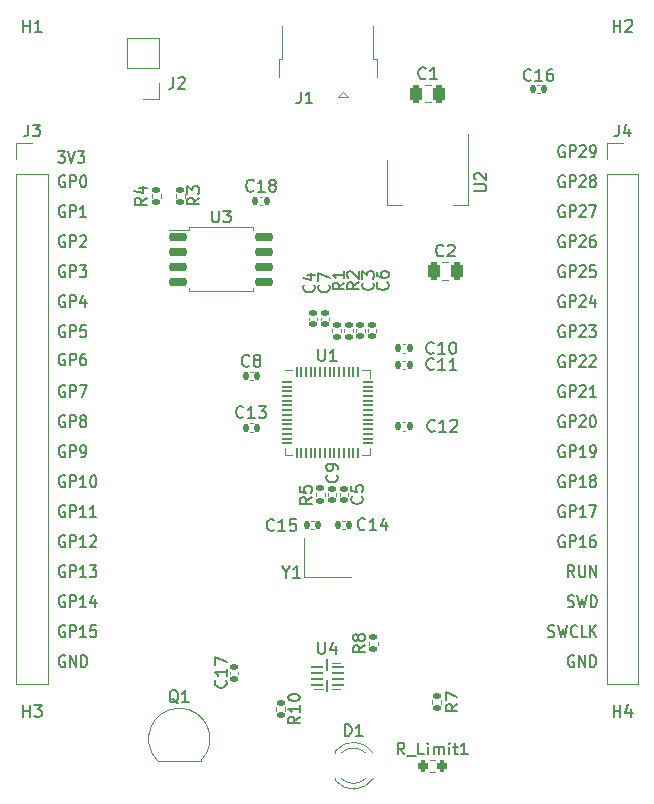
<source format=gbr>
%TF.GenerationSoftware,KiCad,Pcbnew,8.0.2-1*%
%TF.CreationDate,2024-05-28T19:32:54-07:00*%
%TF.ProjectId,BroncoSpaceRP2040,42726f6e-636f-4537-9061-636552503230,rev?*%
%TF.SameCoordinates,Original*%
%TF.FileFunction,Legend,Top*%
%TF.FilePolarity,Positive*%
%FSLAX46Y46*%
G04 Gerber Fmt 4.6, Leading zero omitted, Abs format (unit mm)*
G04 Created by KiCad (PCBNEW 8.0.2-1) date 2024-05-28 19:32:54*
%MOMM*%
%LPD*%
G01*
G04 APERTURE LIST*
G04 Aperture macros list*
%AMRoundRect*
0 Rectangle with rounded corners*
0 $1 Rounding radius*
0 $2 $3 $4 $5 $6 $7 $8 $9 X,Y pos of 4 corners*
0 Add a 4 corners polygon primitive as box body*
4,1,4,$2,$3,$4,$5,$6,$7,$8,$9,$2,$3,0*
0 Add four circle primitives for the rounded corners*
1,1,$1+$1,$2,$3*
1,1,$1+$1,$4,$5*
1,1,$1+$1,$6,$7*
1,1,$1+$1,$8,$9*
0 Add four rect primitives between the rounded corners*
20,1,$1+$1,$2,$3,$4,$5,0*
20,1,$1+$1,$4,$5,$6,$7,0*
20,1,$1+$1,$6,$7,$8,$9,0*
20,1,$1+$1,$8,$9,$2,$3,0*%
G04 Aperture macros list end*
%ADD10C,0.150000*%
%ADD11C,0.120000*%
%ADD12RoundRect,0.140000X-0.140000X-0.170000X0.140000X-0.170000X0.140000X0.170000X-0.140000X0.170000X0*%
%ADD13RoundRect,0.135000X-0.185000X0.135000X-0.185000X-0.135000X0.185000X-0.135000X0.185000X0.135000X0*%
%ADD14RoundRect,0.140000X-0.170000X0.140000X-0.170000X-0.140000X0.170000X-0.140000X0.170000X0.140000X0*%
%ADD15RoundRect,0.140000X0.140000X0.170000X-0.140000X0.170000X-0.140000X-0.170000X0.140000X-0.170000X0*%
%ADD16RoundRect,0.140000X0.170000X-0.140000X0.170000X0.140000X-0.170000X0.140000X-0.170000X-0.140000X0*%
%ADD17RoundRect,0.250000X-0.250000X-0.475000X0.250000X-0.475000X0.250000X0.475000X-0.250000X0.475000X0*%
%ADD18C,2.700000*%
%ADD19R,1.700000X1.700000*%
%ADD20O,1.700000X1.700000*%
%ADD21RoundRect,0.200000X-0.200000X-0.275000X0.200000X-0.275000X0.200000X0.275000X-0.200000X0.275000X0*%
%ADD22RoundRect,0.150000X-0.650000X-0.150000X0.650000X-0.150000X0.650000X0.150000X-0.650000X0.150000X0*%
%ADD23RoundRect,0.062500X-0.425000X-0.062500X0.425000X-0.062500X0.425000X0.062500X-0.425000X0.062500X0*%
%ADD24RoundRect,0.062500X-0.062500X-0.425000X0.062500X-0.425000X0.062500X0.425000X-0.062500X0.425000X0*%
%ADD25R,0.400000X1.650000*%
%ADD26R,1.825000X0.700000*%
%ADD27R,2.000000X1.500000*%
%ADD28R,1.350000X2.000000*%
%ADD29O,1.350000X1.700000*%
%ADD30O,1.100000X1.500000*%
%ADD31R,1.430000X2.500000*%
%ADD32R,1.800000X1.800000*%
%ADD33C,1.800000*%
%ADD34R,1.400000X1.200000*%
%ADD35RoundRect,0.135000X0.185000X-0.135000X0.185000X0.135000X-0.185000X0.135000X-0.185000X-0.135000X0*%
%ADD36R,1.500000X2.000000*%
%ADD37R,3.800000X2.000000*%
%ADD38R,1.050000X1.500000*%
%ADD39O,1.050000X1.500000*%
%ADD40RoundRect,0.050000X-0.387500X-0.050000X0.387500X-0.050000X0.387500X0.050000X-0.387500X0.050000X0*%
%ADD41RoundRect,0.050000X-0.050000X-0.387500X0.050000X-0.387500X0.050000X0.387500X-0.050000X0.387500X0*%
%ADD42R,3.200000X3.200000*%
G04 APERTURE END LIST*
D10*
X7784398Y26102562D02*
X7698684Y26150181D01*
X7698684Y26150181D02*
X7570112Y26150181D01*
X7570112Y26150181D02*
X7441541Y26102562D01*
X7441541Y26102562D02*
X7355826Y26007324D01*
X7355826Y26007324D02*
X7312969Y25912086D01*
X7312969Y25912086D02*
X7270112Y25721610D01*
X7270112Y25721610D02*
X7270112Y25578753D01*
X7270112Y25578753D02*
X7312969Y25388277D01*
X7312969Y25388277D02*
X7355826Y25293039D01*
X7355826Y25293039D02*
X7441541Y25197800D01*
X7441541Y25197800D02*
X7570112Y25150181D01*
X7570112Y25150181D02*
X7655826Y25150181D01*
X7655826Y25150181D02*
X7784398Y25197800D01*
X7784398Y25197800D02*
X7827255Y25245420D01*
X7827255Y25245420D02*
X7827255Y25578753D01*
X7827255Y25578753D02*
X7655826Y25578753D01*
X8212969Y25150181D02*
X8212969Y26150181D01*
X8212969Y26150181D02*
X8555826Y26150181D01*
X8555826Y26150181D02*
X8641541Y26102562D01*
X8641541Y26102562D02*
X8684398Y26054943D01*
X8684398Y26054943D02*
X8727255Y25959705D01*
X8727255Y25959705D02*
X8727255Y25816848D01*
X8727255Y25816848D02*
X8684398Y25721610D01*
X8684398Y25721610D02*
X8641541Y25673991D01*
X8641541Y25673991D02*
X8555826Y25626372D01*
X8555826Y25626372D02*
X8212969Y25626372D01*
X9584398Y25150181D02*
X9070112Y25150181D01*
X9327255Y25150181D02*
X9327255Y26150181D01*
X9327255Y26150181D02*
X9241541Y26007324D01*
X9241541Y26007324D02*
X9155826Y25912086D01*
X9155826Y25912086D02*
X9070112Y25864467D01*
X10441541Y25150181D02*
X9927255Y25150181D01*
X10184398Y25150181D02*
X10184398Y26150181D01*
X10184398Y26150181D02*
X10098684Y26007324D01*
X10098684Y26007324D02*
X10012969Y25912086D01*
X10012969Y25912086D02*
X9927255Y25864467D01*
X50084398Y41342562D02*
X49998684Y41390181D01*
X49998684Y41390181D02*
X49870112Y41390181D01*
X49870112Y41390181D02*
X49741541Y41342562D01*
X49741541Y41342562D02*
X49655826Y41247324D01*
X49655826Y41247324D02*
X49612969Y41152086D01*
X49612969Y41152086D02*
X49570112Y40961610D01*
X49570112Y40961610D02*
X49570112Y40818753D01*
X49570112Y40818753D02*
X49612969Y40628277D01*
X49612969Y40628277D02*
X49655826Y40533039D01*
X49655826Y40533039D02*
X49741541Y40437800D01*
X49741541Y40437800D02*
X49870112Y40390181D01*
X49870112Y40390181D02*
X49955826Y40390181D01*
X49955826Y40390181D02*
X50084398Y40437800D01*
X50084398Y40437800D02*
X50127255Y40485420D01*
X50127255Y40485420D02*
X50127255Y40818753D01*
X50127255Y40818753D02*
X49955826Y40818753D01*
X50512969Y40390181D02*
X50512969Y41390181D01*
X50512969Y41390181D02*
X50855826Y41390181D01*
X50855826Y41390181D02*
X50941541Y41342562D01*
X50941541Y41342562D02*
X50984398Y41294943D01*
X50984398Y41294943D02*
X51027255Y41199705D01*
X51027255Y41199705D02*
X51027255Y41056848D01*
X51027255Y41056848D02*
X50984398Y40961610D01*
X50984398Y40961610D02*
X50941541Y40913991D01*
X50941541Y40913991D02*
X50855826Y40866372D01*
X50855826Y40866372D02*
X50512969Y40866372D01*
X51370112Y41294943D02*
X51412969Y41342562D01*
X51412969Y41342562D02*
X51498684Y41390181D01*
X51498684Y41390181D02*
X51712969Y41390181D01*
X51712969Y41390181D02*
X51798684Y41342562D01*
X51798684Y41342562D02*
X51841541Y41294943D01*
X51841541Y41294943D02*
X51884398Y41199705D01*
X51884398Y41199705D02*
X51884398Y41104467D01*
X51884398Y41104467D02*
X51841541Y40961610D01*
X51841541Y40961610D02*
X51327255Y40390181D01*
X51327255Y40390181D02*
X51884398Y40390181D01*
X52184398Y41390181D02*
X52741541Y41390181D01*
X52741541Y41390181D02*
X52441541Y41009229D01*
X52441541Y41009229D02*
X52570112Y41009229D01*
X52570112Y41009229D02*
X52655827Y40961610D01*
X52655827Y40961610D02*
X52698684Y40913991D01*
X52698684Y40913991D02*
X52741541Y40818753D01*
X52741541Y40818753D02*
X52741541Y40580658D01*
X52741541Y40580658D02*
X52698684Y40485420D01*
X52698684Y40485420D02*
X52655827Y40437800D01*
X52655827Y40437800D02*
X52570112Y40390181D01*
X52570112Y40390181D02*
X52312969Y40390181D01*
X52312969Y40390181D02*
X52227255Y40437800D01*
X52227255Y40437800D02*
X52184398Y40485420D01*
X50084398Y23562562D02*
X49998684Y23610181D01*
X49998684Y23610181D02*
X49870112Y23610181D01*
X49870112Y23610181D02*
X49741541Y23562562D01*
X49741541Y23562562D02*
X49655826Y23467324D01*
X49655826Y23467324D02*
X49612969Y23372086D01*
X49612969Y23372086D02*
X49570112Y23181610D01*
X49570112Y23181610D02*
X49570112Y23038753D01*
X49570112Y23038753D02*
X49612969Y22848277D01*
X49612969Y22848277D02*
X49655826Y22753039D01*
X49655826Y22753039D02*
X49741541Y22657800D01*
X49741541Y22657800D02*
X49870112Y22610181D01*
X49870112Y22610181D02*
X49955826Y22610181D01*
X49955826Y22610181D02*
X50084398Y22657800D01*
X50084398Y22657800D02*
X50127255Y22705420D01*
X50127255Y22705420D02*
X50127255Y23038753D01*
X50127255Y23038753D02*
X49955826Y23038753D01*
X50512969Y22610181D02*
X50512969Y23610181D01*
X50512969Y23610181D02*
X50855826Y23610181D01*
X50855826Y23610181D02*
X50941541Y23562562D01*
X50941541Y23562562D02*
X50984398Y23514943D01*
X50984398Y23514943D02*
X51027255Y23419705D01*
X51027255Y23419705D02*
X51027255Y23276848D01*
X51027255Y23276848D02*
X50984398Y23181610D01*
X50984398Y23181610D02*
X50941541Y23133991D01*
X50941541Y23133991D02*
X50855826Y23086372D01*
X50855826Y23086372D02*
X50512969Y23086372D01*
X51884398Y22610181D02*
X51370112Y22610181D01*
X51627255Y22610181D02*
X51627255Y23610181D01*
X51627255Y23610181D02*
X51541541Y23467324D01*
X51541541Y23467324D02*
X51455826Y23372086D01*
X51455826Y23372086D02*
X51370112Y23324467D01*
X52655827Y23610181D02*
X52484398Y23610181D01*
X52484398Y23610181D02*
X52398684Y23562562D01*
X52398684Y23562562D02*
X52355827Y23514943D01*
X52355827Y23514943D02*
X52270112Y23372086D01*
X52270112Y23372086D02*
X52227255Y23181610D01*
X52227255Y23181610D02*
X52227255Y22800658D01*
X52227255Y22800658D02*
X52270112Y22705420D01*
X52270112Y22705420D02*
X52312969Y22657800D01*
X52312969Y22657800D02*
X52398684Y22610181D01*
X52398684Y22610181D02*
X52570112Y22610181D01*
X52570112Y22610181D02*
X52655827Y22657800D01*
X52655827Y22657800D02*
X52698684Y22705420D01*
X52698684Y22705420D02*
X52741541Y22800658D01*
X52741541Y22800658D02*
X52741541Y23038753D01*
X52741541Y23038753D02*
X52698684Y23133991D01*
X52698684Y23133991D02*
X52655827Y23181610D01*
X52655827Y23181610D02*
X52570112Y23229229D01*
X52570112Y23229229D02*
X52398684Y23229229D01*
X52398684Y23229229D02*
X52312969Y23181610D01*
X52312969Y23181610D02*
X52270112Y23133991D01*
X52270112Y23133991D02*
X52227255Y23038753D01*
X7784398Y43882562D02*
X7698684Y43930181D01*
X7698684Y43930181D02*
X7570112Y43930181D01*
X7570112Y43930181D02*
X7441541Y43882562D01*
X7441541Y43882562D02*
X7355826Y43787324D01*
X7355826Y43787324D02*
X7312969Y43692086D01*
X7312969Y43692086D02*
X7270112Y43501610D01*
X7270112Y43501610D02*
X7270112Y43358753D01*
X7270112Y43358753D02*
X7312969Y43168277D01*
X7312969Y43168277D02*
X7355826Y43073039D01*
X7355826Y43073039D02*
X7441541Y42977800D01*
X7441541Y42977800D02*
X7570112Y42930181D01*
X7570112Y42930181D02*
X7655826Y42930181D01*
X7655826Y42930181D02*
X7784398Y42977800D01*
X7784398Y42977800D02*
X7827255Y43025420D01*
X7827255Y43025420D02*
X7827255Y43358753D01*
X7827255Y43358753D02*
X7655826Y43358753D01*
X8212969Y42930181D02*
X8212969Y43930181D01*
X8212969Y43930181D02*
X8555826Y43930181D01*
X8555826Y43930181D02*
X8641541Y43882562D01*
X8641541Y43882562D02*
X8684398Y43834943D01*
X8684398Y43834943D02*
X8727255Y43739705D01*
X8727255Y43739705D02*
X8727255Y43596848D01*
X8727255Y43596848D02*
X8684398Y43501610D01*
X8684398Y43501610D02*
X8641541Y43453991D01*
X8641541Y43453991D02*
X8555826Y43406372D01*
X8555826Y43406372D02*
X8212969Y43406372D01*
X9498684Y43596848D02*
X9498684Y42930181D01*
X9284398Y43977800D02*
X9070112Y43263515D01*
X9070112Y43263515D02*
X9627255Y43263515D01*
X50084398Y33722562D02*
X49998684Y33770181D01*
X49998684Y33770181D02*
X49870112Y33770181D01*
X49870112Y33770181D02*
X49741541Y33722562D01*
X49741541Y33722562D02*
X49655826Y33627324D01*
X49655826Y33627324D02*
X49612969Y33532086D01*
X49612969Y33532086D02*
X49570112Y33341610D01*
X49570112Y33341610D02*
X49570112Y33198753D01*
X49570112Y33198753D02*
X49612969Y33008277D01*
X49612969Y33008277D02*
X49655826Y32913039D01*
X49655826Y32913039D02*
X49741541Y32817800D01*
X49741541Y32817800D02*
X49870112Y32770181D01*
X49870112Y32770181D02*
X49955826Y32770181D01*
X49955826Y32770181D02*
X50084398Y32817800D01*
X50084398Y32817800D02*
X50127255Y32865420D01*
X50127255Y32865420D02*
X50127255Y33198753D01*
X50127255Y33198753D02*
X49955826Y33198753D01*
X50512969Y32770181D02*
X50512969Y33770181D01*
X50512969Y33770181D02*
X50855826Y33770181D01*
X50855826Y33770181D02*
X50941541Y33722562D01*
X50941541Y33722562D02*
X50984398Y33674943D01*
X50984398Y33674943D02*
X51027255Y33579705D01*
X51027255Y33579705D02*
X51027255Y33436848D01*
X51027255Y33436848D02*
X50984398Y33341610D01*
X50984398Y33341610D02*
X50941541Y33293991D01*
X50941541Y33293991D02*
X50855826Y33246372D01*
X50855826Y33246372D02*
X50512969Y33246372D01*
X51370112Y33674943D02*
X51412969Y33722562D01*
X51412969Y33722562D02*
X51498684Y33770181D01*
X51498684Y33770181D02*
X51712969Y33770181D01*
X51712969Y33770181D02*
X51798684Y33722562D01*
X51798684Y33722562D02*
X51841541Y33674943D01*
X51841541Y33674943D02*
X51884398Y33579705D01*
X51884398Y33579705D02*
X51884398Y33484467D01*
X51884398Y33484467D02*
X51841541Y33341610D01*
X51841541Y33341610D02*
X51327255Y32770181D01*
X51327255Y32770181D02*
X51884398Y32770181D01*
X52441541Y33770181D02*
X52527255Y33770181D01*
X52527255Y33770181D02*
X52612969Y33722562D01*
X52612969Y33722562D02*
X52655827Y33674943D01*
X52655827Y33674943D02*
X52698684Y33579705D01*
X52698684Y33579705D02*
X52741541Y33389229D01*
X52741541Y33389229D02*
X52741541Y33151134D01*
X52741541Y33151134D02*
X52698684Y32960658D01*
X52698684Y32960658D02*
X52655827Y32865420D01*
X52655827Y32865420D02*
X52612969Y32817800D01*
X52612969Y32817800D02*
X52527255Y32770181D01*
X52527255Y32770181D02*
X52441541Y32770181D01*
X52441541Y32770181D02*
X52355827Y32817800D01*
X52355827Y32817800D02*
X52312969Y32865420D01*
X52312969Y32865420D02*
X52270112Y32960658D01*
X52270112Y32960658D02*
X52227255Y33151134D01*
X52227255Y33151134D02*
X52227255Y33389229D01*
X52227255Y33389229D02*
X52270112Y33579705D01*
X52270112Y33579705D02*
X52312969Y33674943D01*
X52312969Y33674943D02*
X52355827Y33722562D01*
X52355827Y33722562D02*
X52441541Y33770181D01*
X7784398Y23562562D02*
X7698684Y23610181D01*
X7698684Y23610181D02*
X7570112Y23610181D01*
X7570112Y23610181D02*
X7441541Y23562562D01*
X7441541Y23562562D02*
X7355826Y23467324D01*
X7355826Y23467324D02*
X7312969Y23372086D01*
X7312969Y23372086D02*
X7270112Y23181610D01*
X7270112Y23181610D02*
X7270112Y23038753D01*
X7270112Y23038753D02*
X7312969Y22848277D01*
X7312969Y22848277D02*
X7355826Y22753039D01*
X7355826Y22753039D02*
X7441541Y22657800D01*
X7441541Y22657800D02*
X7570112Y22610181D01*
X7570112Y22610181D02*
X7655826Y22610181D01*
X7655826Y22610181D02*
X7784398Y22657800D01*
X7784398Y22657800D02*
X7827255Y22705420D01*
X7827255Y22705420D02*
X7827255Y23038753D01*
X7827255Y23038753D02*
X7655826Y23038753D01*
X8212969Y22610181D02*
X8212969Y23610181D01*
X8212969Y23610181D02*
X8555826Y23610181D01*
X8555826Y23610181D02*
X8641541Y23562562D01*
X8641541Y23562562D02*
X8684398Y23514943D01*
X8684398Y23514943D02*
X8727255Y23419705D01*
X8727255Y23419705D02*
X8727255Y23276848D01*
X8727255Y23276848D02*
X8684398Y23181610D01*
X8684398Y23181610D02*
X8641541Y23133991D01*
X8641541Y23133991D02*
X8555826Y23086372D01*
X8555826Y23086372D02*
X8212969Y23086372D01*
X9584398Y22610181D02*
X9070112Y22610181D01*
X9327255Y22610181D02*
X9327255Y23610181D01*
X9327255Y23610181D02*
X9241541Y23467324D01*
X9241541Y23467324D02*
X9155826Y23372086D01*
X9155826Y23372086D02*
X9070112Y23324467D01*
X9927255Y23514943D02*
X9970112Y23562562D01*
X9970112Y23562562D02*
X10055827Y23610181D01*
X10055827Y23610181D02*
X10270112Y23610181D01*
X10270112Y23610181D02*
X10355827Y23562562D01*
X10355827Y23562562D02*
X10398684Y23514943D01*
X10398684Y23514943D02*
X10441541Y23419705D01*
X10441541Y23419705D02*
X10441541Y23324467D01*
X10441541Y23324467D02*
X10398684Y23181610D01*
X10398684Y23181610D02*
X9884398Y22610181D01*
X9884398Y22610181D02*
X10441541Y22610181D01*
X7784398Y18482562D02*
X7698684Y18530181D01*
X7698684Y18530181D02*
X7570112Y18530181D01*
X7570112Y18530181D02*
X7441541Y18482562D01*
X7441541Y18482562D02*
X7355826Y18387324D01*
X7355826Y18387324D02*
X7312969Y18292086D01*
X7312969Y18292086D02*
X7270112Y18101610D01*
X7270112Y18101610D02*
X7270112Y17958753D01*
X7270112Y17958753D02*
X7312969Y17768277D01*
X7312969Y17768277D02*
X7355826Y17673039D01*
X7355826Y17673039D02*
X7441541Y17577800D01*
X7441541Y17577800D02*
X7570112Y17530181D01*
X7570112Y17530181D02*
X7655826Y17530181D01*
X7655826Y17530181D02*
X7784398Y17577800D01*
X7784398Y17577800D02*
X7827255Y17625420D01*
X7827255Y17625420D02*
X7827255Y17958753D01*
X7827255Y17958753D02*
X7655826Y17958753D01*
X8212969Y17530181D02*
X8212969Y18530181D01*
X8212969Y18530181D02*
X8555826Y18530181D01*
X8555826Y18530181D02*
X8641541Y18482562D01*
X8641541Y18482562D02*
X8684398Y18434943D01*
X8684398Y18434943D02*
X8727255Y18339705D01*
X8727255Y18339705D02*
X8727255Y18196848D01*
X8727255Y18196848D02*
X8684398Y18101610D01*
X8684398Y18101610D02*
X8641541Y18053991D01*
X8641541Y18053991D02*
X8555826Y18006372D01*
X8555826Y18006372D02*
X8212969Y18006372D01*
X9584398Y17530181D02*
X9070112Y17530181D01*
X9327255Y17530181D02*
X9327255Y18530181D01*
X9327255Y18530181D02*
X9241541Y18387324D01*
X9241541Y18387324D02*
X9155826Y18292086D01*
X9155826Y18292086D02*
X9070112Y18244467D01*
X10355827Y18196848D02*
X10355827Y17530181D01*
X10141541Y18577800D02*
X9927255Y17863515D01*
X9927255Y17863515D02*
X10484398Y17863515D01*
X50084398Y46422562D02*
X49998684Y46470181D01*
X49998684Y46470181D02*
X49870112Y46470181D01*
X49870112Y46470181D02*
X49741541Y46422562D01*
X49741541Y46422562D02*
X49655826Y46327324D01*
X49655826Y46327324D02*
X49612969Y46232086D01*
X49612969Y46232086D02*
X49570112Y46041610D01*
X49570112Y46041610D02*
X49570112Y45898753D01*
X49570112Y45898753D02*
X49612969Y45708277D01*
X49612969Y45708277D02*
X49655826Y45613039D01*
X49655826Y45613039D02*
X49741541Y45517800D01*
X49741541Y45517800D02*
X49870112Y45470181D01*
X49870112Y45470181D02*
X49955826Y45470181D01*
X49955826Y45470181D02*
X50084398Y45517800D01*
X50084398Y45517800D02*
X50127255Y45565420D01*
X50127255Y45565420D02*
X50127255Y45898753D01*
X50127255Y45898753D02*
X49955826Y45898753D01*
X50512969Y45470181D02*
X50512969Y46470181D01*
X50512969Y46470181D02*
X50855826Y46470181D01*
X50855826Y46470181D02*
X50941541Y46422562D01*
X50941541Y46422562D02*
X50984398Y46374943D01*
X50984398Y46374943D02*
X51027255Y46279705D01*
X51027255Y46279705D02*
X51027255Y46136848D01*
X51027255Y46136848D02*
X50984398Y46041610D01*
X50984398Y46041610D02*
X50941541Y45993991D01*
X50941541Y45993991D02*
X50855826Y45946372D01*
X50855826Y45946372D02*
X50512969Y45946372D01*
X51370112Y46374943D02*
X51412969Y46422562D01*
X51412969Y46422562D02*
X51498684Y46470181D01*
X51498684Y46470181D02*
X51712969Y46470181D01*
X51712969Y46470181D02*
X51798684Y46422562D01*
X51798684Y46422562D02*
X51841541Y46374943D01*
X51841541Y46374943D02*
X51884398Y46279705D01*
X51884398Y46279705D02*
X51884398Y46184467D01*
X51884398Y46184467D02*
X51841541Y46041610D01*
X51841541Y46041610D02*
X51327255Y45470181D01*
X51327255Y45470181D02*
X51884398Y45470181D01*
X52698684Y46470181D02*
X52270112Y46470181D01*
X52270112Y46470181D02*
X52227255Y45993991D01*
X52227255Y45993991D02*
X52270112Y46041610D01*
X52270112Y46041610D02*
X52355827Y46089229D01*
X52355827Y46089229D02*
X52570112Y46089229D01*
X52570112Y46089229D02*
X52655827Y46041610D01*
X52655827Y46041610D02*
X52698684Y45993991D01*
X52698684Y45993991D02*
X52741541Y45898753D01*
X52741541Y45898753D02*
X52741541Y45660658D01*
X52741541Y45660658D02*
X52698684Y45565420D01*
X52698684Y45565420D02*
X52655827Y45517800D01*
X52655827Y45517800D02*
X52570112Y45470181D01*
X52570112Y45470181D02*
X52355827Y45470181D01*
X52355827Y45470181D02*
X52270112Y45517800D01*
X52270112Y45517800D02*
X52227255Y45565420D01*
X50084398Y28642562D02*
X49998684Y28690181D01*
X49998684Y28690181D02*
X49870112Y28690181D01*
X49870112Y28690181D02*
X49741541Y28642562D01*
X49741541Y28642562D02*
X49655826Y28547324D01*
X49655826Y28547324D02*
X49612969Y28452086D01*
X49612969Y28452086D02*
X49570112Y28261610D01*
X49570112Y28261610D02*
X49570112Y28118753D01*
X49570112Y28118753D02*
X49612969Y27928277D01*
X49612969Y27928277D02*
X49655826Y27833039D01*
X49655826Y27833039D02*
X49741541Y27737800D01*
X49741541Y27737800D02*
X49870112Y27690181D01*
X49870112Y27690181D02*
X49955826Y27690181D01*
X49955826Y27690181D02*
X50084398Y27737800D01*
X50084398Y27737800D02*
X50127255Y27785420D01*
X50127255Y27785420D02*
X50127255Y28118753D01*
X50127255Y28118753D02*
X49955826Y28118753D01*
X50512969Y27690181D02*
X50512969Y28690181D01*
X50512969Y28690181D02*
X50855826Y28690181D01*
X50855826Y28690181D02*
X50941541Y28642562D01*
X50941541Y28642562D02*
X50984398Y28594943D01*
X50984398Y28594943D02*
X51027255Y28499705D01*
X51027255Y28499705D02*
X51027255Y28356848D01*
X51027255Y28356848D02*
X50984398Y28261610D01*
X50984398Y28261610D02*
X50941541Y28213991D01*
X50941541Y28213991D02*
X50855826Y28166372D01*
X50855826Y28166372D02*
X50512969Y28166372D01*
X51884398Y27690181D02*
X51370112Y27690181D01*
X51627255Y27690181D02*
X51627255Y28690181D01*
X51627255Y28690181D02*
X51541541Y28547324D01*
X51541541Y28547324D02*
X51455826Y28452086D01*
X51455826Y28452086D02*
X51370112Y28404467D01*
X52398684Y28261610D02*
X52312969Y28309229D01*
X52312969Y28309229D02*
X52270112Y28356848D01*
X52270112Y28356848D02*
X52227255Y28452086D01*
X52227255Y28452086D02*
X52227255Y28499705D01*
X52227255Y28499705D02*
X52270112Y28594943D01*
X52270112Y28594943D02*
X52312969Y28642562D01*
X52312969Y28642562D02*
X52398684Y28690181D01*
X52398684Y28690181D02*
X52570112Y28690181D01*
X52570112Y28690181D02*
X52655827Y28642562D01*
X52655827Y28642562D02*
X52698684Y28594943D01*
X52698684Y28594943D02*
X52741541Y28499705D01*
X52741541Y28499705D02*
X52741541Y28452086D01*
X52741541Y28452086D02*
X52698684Y28356848D01*
X52698684Y28356848D02*
X52655827Y28309229D01*
X52655827Y28309229D02*
X52570112Y28261610D01*
X52570112Y28261610D02*
X52398684Y28261610D01*
X52398684Y28261610D02*
X52312969Y28213991D01*
X52312969Y28213991D02*
X52270112Y28166372D01*
X52270112Y28166372D02*
X52227255Y28071134D01*
X52227255Y28071134D02*
X52227255Y27880658D01*
X52227255Y27880658D02*
X52270112Y27785420D01*
X52270112Y27785420D02*
X52312969Y27737800D01*
X52312969Y27737800D02*
X52398684Y27690181D01*
X52398684Y27690181D02*
X52570112Y27690181D01*
X52570112Y27690181D02*
X52655827Y27737800D01*
X52655827Y27737800D02*
X52698684Y27785420D01*
X52698684Y27785420D02*
X52741541Y27880658D01*
X52741541Y27880658D02*
X52741541Y28071134D01*
X52741541Y28071134D02*
X52698684Y28166372D01*
X52698684Y28166372D02*
X52655827Y28213991D01*
X52655827Y28213991D02*
X52570112Y28261610D01*
X7784398Y36262562D02*
X7698684Y36310181D01*
X7698684Y36310181D02*
X7570112Y36310181D01*
X7570112Y36310181D02*
X7441541Y36262562D01*
X7441541Y36262562D02*
X7355826Y36167324D01*
X7355826Y36167324D02*
X7312969Y36072086D01*
X7312969Y36072086D02*
X7270112Y35881610D01*
X7270112Y35881610D02*
X7270112Y35738753D01*
X7270112Y35738753D02*
X7312969Y35548277D01*
X7312969Y35548277D02*
X7355826Y35453039D01*
X7355826Y35453039D02*
X7441541Y35357800D01*
X7441541Y35357800D02*
X7570112Y35310181D01*
X7570112Y35310181D02*
X7655826Y35310181D01*
X7655826Y35310181D02*
X7784398Y35357800D01*
X7784398Y35357800D02*
X7827255Y35405420D01*
X7827255Y35405420D02*
X7827255Y35738753D01*
X7827255Y35738753D02*
X7655826Y35738753D01*
X8212969Y35310181D02*
X8212969Y36310181D01*
X8212969Y36310181D02*
X8555826Y36310181D01*
X8555826Y36310181D02*
X8641541Y36262562D01*
X8641541Y36262562D02*
X8684398Y36214943D01*
X8684398Y36214943D02*
X8727255Y36119705D01*
X8727255Y36119705D02*
X8727255Y35976848D01*
X8727255Y35976848D02*
X8684398Y35881610D01*
X8684398Y35881610D02*
X8641541Y35833991D01*
X8641541Y35833991D02*
X8555826Y35786372D01*
X8555826Y35786372D02*
X8212969Y35786372D01*
X9027255Y36310181D02*
X9627255Y36310181D01*
X9627255Y36310181D02*
X9241541Y35310181D01*
X7784398Y51502562D02*
X7698684Y51550181D01*
X7698684Y51550181D02*
X7570112Y51550181D01*
X7570112Y51550181D02*
X7441541Y51502562D01*
X7441541Y51502562D02*
X7355826Y51407324D01*
X7355826Y51407324D02*
X7312969Y51312086D01*
X7312969Y51312086D02*
X7270112Y51121610D01*
X7270112Y51121610D02*
X7270112Y50978753D01*
X7270112Y50978753D02*
X7312969Y50788277D01*
X7312969Y50788277D02*
X7355826Y50693039D01*
X7355826Y50693039D02*
X7441541Y50597800D01*
X7441541Y50597800D02*
X7570112Y50550181D01*
X7570112Y50550181D02*
X7655826Y50550181D01*
X7655826Y50550181D02*
X7784398Y50597800D01*
X7784398Y50597800D02*
X7827255Y50645420D01*
X7827255Y50645420D02*
X7827255Y50978753D01*
X7827255Y50978753D02*
X7655826Y50978753D01*
X8212969Y50550181D02*
X8212969Y51550181D01*
X8212969Y51550181D02*
X8555826Y51550181D01*
X8555826Y51550181D02*
X8641541Y51502562D01*
X8641541Y51502562D02*
X8684398Y51454943D01*
X8684398Y51454943D02*
X8727255Y51359705D01*
X8727255Y51359705D02*
X8727255Y51216848D01*
X8727255Y51216848D02*
X8684398Y51121610D01*
X8684398Y51121610D02*
X8641541Y51073991D01*
X8641541Y51073991D02*
X8555826Y51026372D01*
X8555826Y51026372D02*
X8212969Y51026372D01*
X9584398Y50550181D02*
X9070112Y50550181D01*
X9327255Y50550181D02*
X9327255Y51550181D01*
X9327255Y51550181D02*
X9241541Y51407324D01*
X9241541Y51407324D02*
X9155826Y51312086D01*
X9155826Y51312086D02*
X9070112Y51264467D01*
X50084398Y48962562D02*
X49998684Y49010181D01*
X49998684Y49010181D02*
X49870112Y49010181D01*
X49870112Y49010181D02*
X49741541Y48962562D01*
X49741541Y48962562D02*
X49655826Y48867324D01*
X49655826Y48867324D02*
X49612969Y48772086D01*
X49612969Y48772086D02*
X49570112Y48581610D01*
X49570112Y48581610D02*
X49570112Y48438753D01*
X49570112Y48438753D02*
X49612969Y48248277D01*
X49612969Y48248277D02*
X49655826Y48153039D01*
X49655826Y48153039D02*
X49741541Y48057800D01*
X49741541Y48057800D02*
X49870112Y48010181D01*
X49870112Y48010181D02*
X49955826Y48010181D01*
X49955826Y48010181D02*
X50084398Y48057800D01*
X50084398Y48057800D02*
X50127255Y48105420D01*
X50127255Y48105420D02*
X50127255Y48438753D01*
X50127255Y48438753D02*
X49955826Y48438753D01*
X50512969Y48010181D02*
X50512969Y49010181D01*
X50512969Y49010181D02*
X50855826Y49010181D01*
X50855826Y49010181D02*
X50941541Y48962562D01*
X50941541Y48962562D02*
X50984398Y48914943D01*
X50984398Y48914943D02*
X51027255Y48819705D01*
X51027255Y48819705D02*
X51027255Y48676848D01*
X51027255Y48676848D02*
X50984398Y48581610D01*
X50984398Y48581610D02*
X50941541Y48533991D01*
X50941541Y48533991D02*
X50855826Y48486372D01*
X50855826Y48486372D02*
X50512969Y48486372D01*
X51370112Y48914943D02*
X51412969Y48962562D01*
X51412969Y48962562D02*
X51498684Y49010181D01*
X51498684Y49010181D02*
X51712969Y49010181D01*
X51712969Y49010181D02*
X51798684Y48962562D01*
X51798684Y48962562D02*
X51841541Y48914943D01*
X51841541Y48914943D02*
X51884398Y48819705D01*
X51884398Y48819705D02*
X51884398Y48724467D01*
X51884398Y48724467D02*
X51841541Y48581610D01*
X51841541Y48581610D02*
X51327255Y48010181D01*
X51327255Y48010181D02*
X51884398Y48010181D01*
X52655827Y49010181D02*
X52484398Y49010181D01*
X52484398Y49010181D02*
X52398684Y48962562D01*
X52398684Y48962562D02*
X52355827Y48914943D01*
X52355827Y48914943D02*
X52270112Y48772086D01*
X52270112Y48772086D02*
X52227255Y48581610D01*
X52227255Y48581610D02*
X52227255Y48200658D01*
X52227255Y48200658D02*
X52270112Y48105420D01*
X52270112Y48105420D02*
X52312969Y48057800D01*
X52312969Y48057800D02*
X52398684Y48010181D01*
X52398684Y48010181D02*
X52570112Y48010181D01*
X52570112Y48010181D02*
X52655827Y48057800D01*
X52655827Y48057800D02*
X52698684Y48105420D01*
X52698684Y48105420D02*
X52741541Y48200658D01*
X52741541Y48200658D02*
X52741541Y48438753D01*
X52741541Y48438753D02*
X52698684Y48533991D01*
X52698684Y48533991D02*
X52655827Y48581610D01*
X52655827Y48581610D02*
X52570112Y48629229D01*
X52570112Y48629229D02*
X52398684Y48629229D01*
X52398684Y48629229D02*
X52312969Y48581610D01*
X52312969Y48581610D02*
X52270112Y48533991D01*
X52270112Y48533991D02*
X52227255Y48438753D01*
X50884398Y13402562D02*
X50798684Y13450181D01*
X50798684Y13450181D02*
X50670112Y13450181D01*
X50670112Y13450181D02*
X50541541Y13402562D01*
X50541541Y13402562D02*
X50455826Y13307324D01*
X50455826Y13307324D02*
X50412969Y13212086D01*
X50412969Y13212086D02*
X50370112Y13021610D01*
X50370112Y13021610D02*
X50370112Y12878753D01*
X50370112Y12878753D02*
X50412969Y12688277D01*
X50412969Y12688277D02*
X50455826Y12593039D01*
X50455826Y12593039D02*
X50541541Y12497800D01*
X50541541Y12497800D02*
X50670112Y12450181D01*
X50670112Y12450181D02*
X50755826Y12450181D01*
X50755826Y12450181D02*
X50884398Y12497800D01*
X50884398Y12497800D02*
X50927255Y12545420D01*
X50927255Y12545420D02*
X50927255Y12878753D01*
X50927255Y12878753D02*
X50755826Y12878753D01*
X51312969Y12450181D02*
X51312969Y13450181D01*
X51312969Y13450181D02*
X51827255Y12450181D01*
X51827255Y12450181D02*
X51827255Y13450181D01*
X52255826Y12450181D02*
X52255826Y13450181D01*
X52255826Y13450181D02*
X52470112Y13450181D01*
X52470112Y13450181D02*
X52598683Y13402562D01*
X52598683Y13402562D02*
X52684398Y13307324D01*
X52684398Y13307324D02*
X52727255Y13212086D01*
X52727255Y13212086D02*
X52770112Y13021610D01*
X52770112Y13021610D02*
X52770112Y12878753D01*
X52770112Y12878753D02*
X52727255Y12688277D01*
X52727255Y12688277D02*
X52684398Y12593039D01*
X52684398Y12593039D02*
X52598683Y12497800D01*
X52598683Y12497800D02*
X52470112Y12450181D01*
X52470112Y12450181D02*
X52255826Y12450181D01*
X7784398Y48962562D02*
X7698684Y49010181D01*
X7698684Y49010181D02*
X7570112Y49010181D01*
X7570112Y49010181D02*
X7441541Y48962562D01*
X7441541Y48962562D02*
X7355826Y48867324D01*
X7355826Y48867324D02*
X7312969Y48772086D01*
X7312969Y48772086D02*
X7270112Y48581610D01*
X7270112Y48581610D02*
X7270112Y48438753D01*
X7270112Y48438753D02*
X7312969Y48248277D01*
X7312969Y48248277D02*
X7355826Y48153039D01*
X7355826Y48153039D02*
X7441541Y48057800D01*
X7441541Y48057800D02*
X7570112Y48010181D01*
X7570112Y48010181D02*
X7655826Y48010181D01*
X7655826Y48010181D02*
X7784398Y48057800D01*
X7784398Y48057800D02*
X7827255Y48105420D01*
X7827255Y48105420D02*
X7827255Y48438753D01*
X7827255Y48438753D02*
X7655826Y48438753D01*
X8212969Y48010181D02*
X8212969Y49010181D01*
X8212969Y49010181D02*
X8555826Y49010181D01*
X8555826Y49010181D02*
X8641541Y48962562D01*
X8641541Y48962562D02*
X8684398Y48914943D01*
X8684398Y48914943D02*
X8727255Y48819705D01*
X8727255Y48819705D02*
X8727255Y48676848D01*
X8727255Y48676848D02*
X8684398Y48581610D01*
X8684398Y48581610D02*
X8641541Y48533991D01*
X8641541Y48533991D02*
X8555826Y48486372D01*
X8555826Y48486372D02*
X8212969Y48486372D01*
X9070112Y48914943D02*
X9112969Y48962562D01*
X9112969Y48962562D02*
X9198684Y49010181D01*
X9198684Y49010181D02*
X9412969Y49010181D01*
X9412969Y49010181D02*
X9498684Y48962562D01*
X9498684Y48962562D02*
X9541541Y48914943D01*
X9541541Y48914943D02*
X9584398Y48819705D01*
X9584398Y48819705D02*
X9584398Y48724467D01*
X9584398Y48724467D02*
X9541541Y48581610D01*
X9541541Y48581610D02*
X9027255Y48010181D01*
X9027255Y48010181D02*
X9584398Y48010181D01*
X7784398Y46422562D02*
X7698684Y46470181D01*
X7698684Y46470181D02*
X7570112Y46470181D01*
X7570112Y46470181D02*
X7441541Y46422562D01*
X7441541Y46422562D02*
X7355826Y46327324D01*
X7355826Y46327324D02*
X7312969Y46232086D01*
X7312969Y46232086D02*
X7270112Y46041610D01*
X7270112Y46041610D02*
X7270112Y45898753D01*
X7270112Y45898753D02*
X7312969Y45708277D01*
X7312969Y45708277D02*
X7355826Y45613039D01*
X7355826Y45613039D02*
X7441541Y45517800D01*
X7441541Y45517800D02*
X7570112Y45470181D01*
X7570112Y45470181D02*
X7655826Y45470181D01*
X7655826Y45470181D02*
X7784398Y45517800D01*
X7784398Y45517800D02*
X7827255Y45565420D01*
X7827255Y45565420D02*
X7827255Y45898753D01*
X7827255Y45898753D02*
X7655826Y45898753D01*
X8212969Y45470181D02*
X8212969Y46470181D01*
X8212969Y46470181D02*
X8555826Y46470181D01*
X8555826Y46470181D02*
X8641541Y46422562D01*
X8641541Y46422562D02*
X8684398Y46374943D01*
X8684398Y46374943D02*
X8727255Y46279705D01*
X8727255Y46279705D02*
X8727255Y46136848D01*
X8727255Y46136848D02*
X8684398Y46041610D01*
X8684398Y46041610D02*
X8641541Y45993991D01*
X8641541Y45993991D02*
X8555826Y45946372D01*
X8555826Y45946372D02*
X8212969Y45946372D01*
X9027255Y46470181D02*
X9584398Y46470181D01*
X9584398Y46470181D02*
X9284398Y46089229D01*
X9284398Y46089229D02*
X9412969Y46089229D01*
X9412969Y46089229D02*
X9498684Y46041610D01*
X9498684Y46041610D02*
X9541541Y45993991D01*
X9541541Y45993991D02*
X9584398Y45898753D01*
X9584398Y45898753D02*
X9584398Y45660658D01*
X9584398Y45660658D02*
X9541541Y45565420D01*
X9541541Y45565420D02*
X9498684Y45517800D01*
X9498684Y45517800D02*
X9412969Y45470181D01*
X9412969Y45470181D02*
X9155826Y45470181D01*
X9155826Y45470181D02*
X9070112Y45517800D01*
X9070112Y45517800D02*
X9027255Y45565420D01*
X50084398Y56582562D02*
X49998684Y56630181D01*
X49998684Y56630181D02*
X49870112Y56630181D01*
X49870112Y56630181D02*
X49741541Y56582562D01*
X49741541Y56582562D02*
X49655826Y56487324D01*
X49655826Y56487324D02*
X49612969Y56392086D01*
X49612969Y56392086D02*
X49570112Y56201610D01*
X49570112Y56201610D02*
X49570112Y56058753D01*
X49570112Y56058753D02*
X49612969Y55868277D01*
X49612969Y55868277D02*
X49655826Y55773039D01*
X49655826Y55773039D02*
X49741541Y55677800D01*
X49741541Y55677800D02*
X49870112Y55630181D01*
X49870112Y55630181D02*
X49955826Y55630181D01*
X49955826Y55630181D02*
X50084398Y55677800D01*
X50084398Y55677800D02*
X50127255Y55725420D01*
X50127255Y55725420D02*
X50127255Y56058753D01*
X50127255Y56058753D02*
X49955826Y56058753D01*
X50512969Y55630181D02*
X50512969Y56630181D01*
X50512969Y56630181D02*
X50855826Y56630181D01*
X50855826Y56630181D02*
X50941541Y56582562D01*
X50941541Y56582562D02*
X50984398Y56534943D01*
X50984398Y56534943D02*
X51027255Y56439705D01*
X51027255Y56439705D02*
X51027255Y56296848D01*
X51027255Y56296848D02*
X50984398Y56201610D01*
X50984398Y56201610D02*
X50941541Y56153991D01*
X50941541Y56153991D02*
X50855826Y56106372D01*
X50855826Y56106372D02*
X50512969Y56106372D01*
X51370112Y56534943D02*
X51412969Y56582562D01*
X51412969Y56582562D02*
X51498684Y56630181D01*
X51498684Y56630181D02*
X51712969Y56630181D01*
X51712969Y56630181D02*
X51798684Y56582562D01*
X51798684Y56582562D02*
X51841541Y56534943D01*
X51841541Y56534943D02*
X51884398Y56439705D01*
X51884398Y56439705D02*
X51884398Y56344467D01*
X51884398Y56344467D02*
X51841541Y56201610D01*
X51841541Y56201610D02*
X51327255Y55630181D01*
X51327255Y55630181D02*
X51884398Y55630181D01*
X52312969Y55630181D02*
X52484398Y55630181D01*
X52484398Y55630181D02*
X52570112Y55677800D01*
X52570112Y55677800D02*
X52612969Y55725420D01*
X52612969Y55725420D02*
X52698684Y55868277D01*
X52698684Y55868277D02*
X52741541Y56058753D01*
X52741541Y56058753D02*
X52741541Y56439705D01*
X52741541Y56439705D02*
X52698684Y56534943D01*
X52698684Y56534943D02*
X52655827Y56582562D01*
X52655827Y56582562D02*
X52570112Y56630181D01*
X52570112Y56630181D02*
X52398684Y56630181D01*
X52398684Y56630181D02*
X52312969Y56582562D01*
X52312969Y56582562D02*
X52270112Y56534943D01*
X52270112Y56534943D02*
X52227255Y56439705D01*
X52227255Y56439705D02*
X52227255Y56201610D01*
X52227255Y56201610D02*
X52270112Y56106372D01*
X52270112Y56106372D02*
X52312969Y56058753D01*
X52312969Y56058753D02*
X52398684Y56011134D01*
X52398684Y56011134D02*
X52570112Y56011134D01*
X52570112Y56011134D02*
X52655827Y56058753D01*
X52655827Y56058753D02*
X52698684Y56106372D01*
X52698684Y56106372D02*
X52741541Y56201610D01*
X50084398Y36262562D02*
X49998684Y36310181D01*
X49998684Y36310181D02*
X49870112Y36310181D01*
X49870112Y36310181D02*
X49741541Y36262562D01*
X49741541Y36262562D02*
X49655826Y36167324D01*
X49655826Y36167324D02*
X49612969Y36072086D01*
X49612969Y36072086D02*
X49570112Y35881610D01*
X49570112Y35881610D02*
X49570112Y35738753D01*
X49570112Y35738753D02*
X49612969Y35548277D01*
X49612969Y35548277D02*
X49655826Y35453039D01*
X49655826Y35453039D02*
X49741541Y35357800D01*
X49741541Y35357800D02*
X49870112Y35310181D01*
X49870112Y35310181D02*
X49955826Y35310181D01*
X49955826Y35310181D02*
X50084398Y35357800D01*
X50084398Y35357800D02*
X50127255Y35405420D01*
X50127255Y35405420D02*
X50127255Y35738753D01*
X50127255Y35738753D02*
X49955826Y35738753D01*
X50512969Y35310181D02*
X50512969Y36310181D01*
X50512969Y36310181D02*
X50855826Y36310181D01*
X50855826Y36310181D02*
X50941541Y36262562D01*
X50941541Y36262562D02*
X50984398Y36214943D01*
X50984398Y36214943D02*
X51027255Y36119705D01*
X51027255Y36119705D02*
X51027255Y35976848D01*
X51027255Y35976848D02*
X50984398Y35881610D01*
X50984398Y35881610D02*
X50941541Y35833991D01*
X50941541Y35833991D02*
X50855826Y35786372D01*
X50855826Y35786372D02*
X50512969Y35786372D01*
X51370112Y36214943D02*
X51412969Y36262562D01*
X51412969Y36262562D02*
X51498684Y36310181D01*
X51498684Y36310181D02*
X51712969Y36310181D01*
X51712969Y36310181D02*
X51798684Y36262562D01*
X51798684Y36262562D02*
X51841541Y36214943D01*
X51841541Y36214943D02*
X51884398Y36119705D01*
X51884398Y36119705D02*
X51884398Y36024467D01*
X51884398Y36024467D02*
X51841541Y35881610D01*
X51841541Y35881610D02*
X51327255Y35310181D01*
X51327255Y35310181D02*
X51884398Y35310181D01*
X52741541Y35310181D02*
X52227255Y35310181D01*
X52484398Y35310181D02*
X52484398Y36310181D01*
X52484398Y36310181D02*
X52398684Y36167324D01*
X52398684Y36167324D02*
X52312969Y36072086D01*
X52312969Y36072086D02*
X52227255Y36024467D01*
X7784398Y38952506D02*
X7698684Y39000125D01*
X7698684Y39000125D02*
X7570112Y39000125D01*
X7570112Y39000125D02*
X7441541Y38952506D01*
X7441541Y38952506D02*
X7355826Y38857268D01*
X7355826Y38857268D02*
X7312969Y38762030D01*
X7312969Y38762030D02*
X7270112Y38571554D01*
X7270112Y38571554D02*
X7270112Y38428697D01*
X7270112Y38428697D02*
X7312969Y38238221D01*
X7312969Y38238221D02*
X7355826Y38142983D01*
X7355826Y38142983D02*
X7441541Y38047744D01*
X7441541Y38047744D02*
X7570112Y38000125D01*
X7570112Y38000125D02*
X7655826Y38000125D01*
X7655826Y38000125D02*
X7784398Y38047744D01*
X7784398Y38047744D02*
X7827255Y38095364D01*
X7827255Y38095364D02*
X7827255Y38428697D01*
X7827255Y38428697D02*
X7655826Y38428697D01*
X8212969Y38000125D02*
X8212969Y39000125D01*
X8212969Y39000125D02*
X8555826Y39000125D01*
X8555826Y39000125D02*
X8641541Y38952506D01*
X8641541Y38952506D02*
X8684398Y38904887D01*
X8684398Y38904887D02*
X8727255Y38809649D01*
X8727255Y38809649D02*
X8727255Y38666792D01*
X8727255Y38666792D02*
X8684398Y38571554D01*
X8684398Y38571554D02*
X8641541Y38523935D01*
X8641541Y38523935D02*
X8555826Y38476316D01*
X8555826Y38476316D02*
X8212969Y38476316D01*
X9498684Y39000125D02*
X9327255Y39000125D01*
X9327255Y39000125D02*
X9241541Y38952506D01*
X9241541Y38952506D02*
X9198684Y38904887D01*
X9198684Y38904887D02*
X9112969Y38762030D01*
X9112969Y38762030D02*
X9070112Y38571554D01*
X9070112Y38571554D02*
X9070112Y38190602D01*
X9070112Y38190602D02*
X9112969Y38095364D01*
X9112969Y38095364D02*
X9155826Y38047744D01*
X9155826Y38047744D02*
X9241541Y38000125D01*
X9241541Y38000125D02*
X9412969Y38000125D01*
X9412969Y38000125D02*
X9498684Y38047744D01*
X9498684Y38047744D02*
X9541541Y38095364D01*
X9541541Y38095364D02*
X9584398Y38190602D01*
X9584398Y38190602D02*
X9584398Y38428697D01*
X9584398Y38428697D02*
X9541541Y38523935D01*
X9541541Y38523935D02*
X9498684Y38571554D01*
X9498684Y38571554D02*
X9412969Y38619173D01*
X9412969Y38619173D02*
X9241541Y38619173D01*
X9241541Y38619173D02*
X9155826Y38571554D01*
X9155826Y38571554D02*
X9112969Y38523935D01*
X9112969Y38523935D02*
X9070112Y38428697D01*
X50084398Y26102562D02*
X49998684Y26150181D01*
X49998684Y26150181D02*
X49870112Y26150181D01*
X49870112Y26150181D02*
X49741541Y26102562D01*
X49741541Y26102562D02*
X49655826Y26007324D01*
X49655826Y26007324D02*
X49612969Y25912086D01*
X49612969Y25912086D02*
X49570112Y25721610D01*
X49570112Y25721610D02*
X49570112Y25578753D01*
X49570112Y25578753D02*
X49612969Y25388277D01*
X49612969Y25388277D02*
X49655826Y25293039D01*
X49655826Y25293039D02*
X49741541Y25197800D01*
X49741541Y25197800D02*
X49870112Y25150181D01*
X49870112Y25150181D02*
X49955826Y25150181D01*
X49955826Y25150181D02*
X50084398Y25197800D01*
X50084398Y25197800D02*
X50127255Y25245420D01*
X50127255Y25245420D02*
X50127255Y25578753D01*
X50127255Y25578753D02*
X49955826Y25578753D01*
X50512969Y25150181D02*
X50512969Y26150181D01*
X50512969Y26150181D02*
X50855826Y26150181D01*
X50855826Y26150181D02*
X50941541Y26102562D01*
X50941541Y26102562D02*
X50984398Y26054943D01*
X50984398Y26054943D02*
X51027255Y25959705D01*
X51027255Y25959705D02*
X51027255Y25816848D01*
X51027255Y25816848D02*
X50984398Y25721610D01*
X50984398Y25721610D02*
X50941541Y25673991D01*
X50941541Y25673991D02*
X50855826Y25626372D01*
X50855826Y25626372D02*
X50512969Y25626372D01*
X51884398Y25150181D02*
X51370112Y25150181D01*
X51627255Y25150181D02*
X51627255Y26150181D01*
X51627255Y26150181D02*
X51541541Y26007324D01*
X51541541Y26007324D02*
X51455826Y25912086D01*
X51455826Y25912086D02*
X51370112Y25864467D01*
X52184398Y26150181D02*
X52784398Y26150181D01*
X52784398Y26150181D02*
X52398684Y25150181D01*
X7227255Y56130181D02*
X7784398Y56130181D01*
X7784398Y56130181D02*
X7484398Y55749229D01*
X7484398Y55749229D02*
X7612969Y55749229D01*
X7612969Y55749229D02*
X7698684Y55701610D01*
X7698684Y55701610D02*
X7741541Y55653991D01*
X7741541Y55653991D02*
X7784398Y55558753D01*
X7784398Y55558753D02*
X7784398Y55320658D01*
X7784398Y55320658D02*
X7741541Y55225420D01*
X7741541Y55225420D02*
X7698684Y55177800D01*
X7698684Y55177800D02*
X7612969Y55130181D01*
X7612969Y55130181D02*
X7355826Y55130181D01*
X7355826Y55130181D02*
X7270112Y55177800D01*
X7270112Y55177800D02*
X7227255Y55225420D01*
X8041541Y56130181D02*
X8341541Y55130181D01*
X8341541Y55130181D02*
X8641541Y56130181D01*
X8855827Y56130181D02*
X9412970Y56130181D01*
X9412970Y56130181D02*
X9112970Y55749229D01*
X9112970Y55749229D02*
X9241541Y55749229D01*
X9241541Y55749229D02*
X9327256Y55701610D01*
X9327256Y55701610D02*
X9370113Y55653991D01*
X9370113Y55653991D02*
X9412970Y55558753D01*
X9412970Y55558753D02*
X9412970Y55320658D01*
X9412970Y55320658D02*
X9370113Y55225420D01*
X9370113Y55225420D02*
X9327256Y55177800D01*
X9327256Y55177800D02*
X9241541Y55130181D01*
X9241541Y55130181D02*
X8984398Y55130181D01*
X8984398Y55130181D02*
X8898684Y55177800D01*
X8898684Y55177800D02*
X8855827Y55225420D01*
X50927255Y20070181D02*
X50627255Y20546372D01*
X50412969Y20070181D02*
X50412969Y21070181D01*
X50412969Y21070181D02*
X50755826Y21070181D01*
X50755826Y21070181D02*
X50841541Y21022562D01*
X50841541Y21022562D02*
X50884398Y20974943D01*
X50884398Y20974943D02*
X50927255Y20879705D01*
X50927255Y20879705D02*
X50927255Y20736848D01*
X50927255Y20736848D02*
X50884398Y20641610D01*
X50884398Y20641610D02*
X50841541Y20593991D01*
X50841541Y20593991D02*
X50755826Y20546372D01*
X50755826Y20546372D02*
X50412969Y20546372D01*
X51312969Y21070181D02*
X51312969Y20260658D01*
X51312969Y20260658D02*
X51355826Y20165420D01*
X51355826Y20165420D02*
X51398684Y20117800D01*
X51398684Y20117800D02*
X51484398Y20070181D01*
X51484398Y20070181D02*
X51655826Y20070181D01*
X51655826Y20070181D02*
X51741541Y20117800D01*
X51741541Y20117800D02*
X51784398Y20165420D01*
X51784398Y20165420D02*
X51827255Y20260658D01*
X51827255Y20260658D02*
X51827255Y21070181D01*
X52255826Y20070181D02*
X52255826Y21070181D01*
X52255826Y21070181D02*
X52770112Y20070181D01*
X52770112Y20070181D02*
X52770112Y21070181D01*
X7784398Y15942562D02*
X7698684Y15990181D01*
X7698684Y15990181D02*
X7570112Y15990181D01*
X7570112Y15990181D02*
X7441541Y15942562D01*
X7441541Y15942562D02*
X7355826Y15847324D01*
X7355826Y15847324D02*
X7312969Y15752086D01*
X7312969Y15752086D02*
X7270112Y15561610D01*
X7270112Y15561610D02*
X7270112Y15418753D01*
X7270112Y15418753D02*
X7312969Y15228277D01*
X7312969Y15228277D02*
X7355826Y15133039D01*
X7355826Y15133039D02*
X7441541Y15037800D01*
X7441541Y15037800D02*
X7570112Y14990181D01*
X7570112Y14990181D02*
X7655826Y14990181D01*
X7655826Y14990181D02*
X7784398Y15037800D01*
X7784398Y15037800D02*
X7827255Y15085420D01*
X7827255Y15085420D02*
X7827255Y15418753D01*
X7827255Y15418753D02*
X7655826Y15418753D01*
X8212969Y14990181D02*
X8212969Y15990181D01*
X8212969Y15990181D02*
X8555826Y15990181D01*
X8555826Y15990181D02*
X8641541Y15942562D01*
X8641541Y15942562D02*
X8684398Y15894943D01*
X8684398Y15894943D02*
X8727255Y15799705D01*
X8727255Y15799705D02*
X8727255Y15656848D01*
X8727255Y15656848D02*
X8684398Y15561610D01*
X8684398Y15561610D02*
X8641541Y15513991D01*
X8641541Y15513991D02*
X8555826Y15466372D01*
X8555826Y15466372D02*
X8212969Y15466372D01*
X9584398Y14990181D02*
X9070112Y14990181D01*
X9327255Y14990181D02*
X9327255Y15990181D01*
X9327255Y15990181D02*
X9241541Y15847324D01*
X9241541Y15847324D02*
X9155826Y15752086D01*
X9155826Y15752086D02*
X9070112Y15704467D01*
X10398684Y15990181D02*
X9970112Y15990181D01*
X9970112Y15990181D02*
X9927255Y15513991D01*
X9927255Y15513991D02*
X9970112Y15561610D01*
X9970112Y15561610D02*
X10055827Y15609229D01*
X10055827Y15609229D02*
X10270112Y15609229D01*
X10270112Y15609229D02*
X10355827Y15561610D01*
X10355827Y15561610D02*
X10398684Y15513991D01*
X10398684Y15513991D02*
X10441541Y15418753D01*
X10441541Y15418753D02*
X10441541Y15180658D01*
X10441541Y15180658D02*
X10398684Y15085420D01*
X10398684Y15085420D02*
X10355827Y15037800D01*
X10355827Y15037800D02*
X10270112Y14990181D01*
X10270112Y14990181D02*
X10055827Y14990181D01*
X10055827Y14990181D02*
X9970112Y15037800D01*
X9970112Y15037800D02*
X9927255Y15085420D01*
X50084398Y51502562D02*
X49998684Y51550181D01*
X49998684Y51550181D02*
X49870112Y51550181D01*
X49870112Y51550181D02*
X49741541Y51502562D01*
X49741541Y51502562D02*
X49655826Y51407324D01*
X49655826Y51407324D02*
X49612969Y51312086D01*
X49612969Y51312086D02*
X49570112Y51121610D01*
X49570112Y51121610D02*
X49570112Y50978753D01*
X49570112Y50978753D02*
X49612969Y50788277D01*
X49612969Y50788277D02*
X49655826Y50693039D01*
X49655826Y50693039D02*
X49741541Y50597800D01*
X49741541Y50597800D02*
X49870112Y50550181D01*
X49870112Y50550181D02*
X49955826Y50550181D01*
X49955826Y50550181D02*
X50084398Y50597800D01*
X50084398Y50597800D02*
X50127255Y50645420D01*
X50127255Y50645420D02*
X50127255Y50978753D01*
X50127255Y50978753D02*
X49955826Y50978753D01*
X50512969Y50550181D02*
X50512969Y51550181D01*
X50512969Y51550181D02*
X50855826Y51550181D01*
X50855826Y51550181D02*
X50941541Y51502562D01*
X50941541Y51502562D02*
X50984398Y51454943D01*
X50984398Y51454943D02*
X51027255Y51359705D01*
X51027255Y51359705D02*
X51027255Y51216848D01*
X51027255Y51216848D02*
X50984398Y51121610D01*
X50984398Y51121610D02*
X50941541Y51073991D01*
X50941541Y51073991D02*
X50855826Y51026372D01*
X50855826Y51026372D02*
X50512969Y51026372D01*
X51370112Y51454943D02*
X51412969Y51502562D01*
X51412969Y51502562D02*
X51498684Y51550181D01*
X51498684Y51550181D02*
X51712969Y51550181D01*
X51712969Y51550181D02*
X51798684Y51502562D01*
X51798684Y51502562D02*
X51841541Y51454943D01*
X51841541Y51454943D02*
X51884398Y51359705D01*
X51884398Y51359705D02*
X51884398Y51264467D01*
X51884398Y51264467D02*
X51841541Y51121610D01*
X51841541Y51121610D02*
X51327255Y50550181D01*
X51327255Y50550181D02*
X51884398Y50550181D01*
X52184398Y51550181D02*
X52784398Y51550181D01*
X52784398Y51550181D02*
X52398684Y50550181D01*
X50084398Y31182562D02*
X49998684Y31230181D01*
X49998684Y31230181D02*
X49870112Y31230181D01*
X49870112Y31230181D02*
X49741541Y31182562D01*
X49741541Y31182562D02*
X49655826Y31087324D01*
X49655826Y31087324D02*
X49612969Y30992086D01*
X49612969Y30992086D02*
X49570112Y30801610D01*
X49570112Y30801610D02*
X49570112Y30658753D01*
X49570112Y30658753D02*
X49612969Y30468277D01*
X49612969Y30468277D02*
X49655826Y30373039D01*
X49655826Y30373039D02*
X49741541Y30277800D01*
X49741541Y30277800D02*
X49870112Y30230181D01*
X49870112Y30230181D02*
X49955826Y30230181D01*
X49955826Y30230181D02*
X50084398Y30277800D01*
X50084398Y30277800D02*
X50127255Y30325420D01*
X50127255Y30325420D02*
X50127255Y30658753D01*
X50127255Y30658753D02*
X49955826Y30658753D01*
X50512969Y30230181D02*
X50512969Y31230181D01*
X50512969Y31230181D02*
X50855826Y31230181D01*
X50855826Y31230181D02*
X50941541Y31182562D01*
X50941541Y31182562D02*
X50984398Y31134943D01*
X50984398Y31134943D02*
X51027255Y31039705D01*
X51027255Y31039705D02*
X51027255Y30896848D01*
X51027255Y30896848D02*
X50984398Y30801610D01*
X50984398Y30801610D02*
X50941541Y30753991D01*
X50941541Y30753991D02*
X50855826Y30706372D01*
X50855826Y30706372D02*
X50512969Y30706372D01*
X51884398Y30230181D02*
X51370112Y30230181D01*
X51627255Y30230181D02*
X51627255Y31230181D01*
X51627255Y31230181D02*
X51541541Y31087324D01*
X51541541Y31087324D02*
X51455826Y30992086D01*
X51455826Y30992086D02*
X51370112Y30944467D01*
X52312969Y30230181D02*
X52484398Y30230181D01*
X52484398Y30230181D02*
X52570112Y30277800D01*
X52570112Y30277800D02*
X52612969Y30325420D01*
X52612969Y30325420D02*
X52698684Y30468277D01*
X52698684Y30468277D02*
X52741541Y30658753D01*
X52741541Y30658753D02*
X52741541Y31039705D01*
X52741541Y31039705D02*
X52698684Y31134943D01*
X52698684Y31134943D02*
X52655827Y31182562D01*
X52655827Y31182562D02*
X52570112Y31230181D01*
X52570112Y31230181D02*
X52398684Y31230181D01*
X52398684Y31230181D02*
X52312969Y31182562D01*
X52312969Y31182562D02*
X52270112Y31134943D01*
X52270112Y31134943D02*
X52227255Y31039705D01*
X52227255Y31039705D02*
X52227255Y30801610D01*
X52227255Y30801610D02*
X52270112Y30706372D01*
X52270112Y30706372D02*
X52312969Y30658753D01*
X52312969Y30658753D02*
X52398684Y30611134D01*
X52398684Y30611134D02*
X52570112Y30611134D01*
X52570112Y30611134D02*
X52655827Y30658753D01*
X52655827Y30658753D02*
X52698684Y30706372D01*
X52698684Y30706372D02*
X52741541Y30801610D01*
X50370112Y17577800D02*
X50498684Y17530181D01*
X50498684Y17530181D02*
X50712969Y17530181D01*
X50712969Y17530181D02*
X50798684Y17577800D01*
X50798684Y17577800D02*
X50841541Y17625420D01*
X50841541Y17625420D02*
X50884398Y17720658D01*
X50884398Y17720658D02*
X50884398Y17815896D01*
X50884398Y17815896D02*
X50841541Y17911134D01*
X50841541Y17911134D02*
X50798684Y17958753D01*
X50798684Y17958753D02*
X50712969Y18006372D01*
X50712969Y18006372D02*
X50541541Y18053991D01*
X50541541Y18053991D02*
X50455826Y18101610D01*
X50455826Y18101610D02*
X50412969Y18149229D01*
X50412969Y18149229D02*
X50370112Y18244467D01*
X50370112Y18244467D02*
X50370112Y18339705D01*
X50370112Y18339705D02*
X50412969Y18434943D01*
X50412969Y18434943D02*
X50455826Y18482562D01*
X50455826Y18482562D02*
X50541541Y18530181D01*
X50541541Y18530181D02*
X50755826Y18530181D01*
X50755826Y18530181D02*
X50884398Y18482562D01*
X51184398Y18530181D02*
X51398684Y17530181D01*
X51398684Y17530181D02*
X51570112Y18244467D01*
X51570112Y18244467D02*
X51741541Y17530181D01*
X51741541Y17530181D02*
X51955827Y18530181D01*
X52298683Y17530181D02*
X52298683Y18530181D01*
X52298683Y18530181D02*
X52512969Y18530181D01*
X52512969Y18530181D02*
X52641540Y18482562D01*
X52641540Y18482562D02*
X52727255Y18387324D01*
X52727255Y18387324D02*
X52770112Y18292086D01*
X52770112Y18292086D02*
X52812969Y18101610D01*
X52812969Y18101610D02*
X52812969Y17958753D01*
X52812969Y17958753D02*
X52770112Y17768277D01*
X52770112Y17768277D02*
X52727255Y17673039D01*
X52727255Y17673039D02*
X52641540Y17577800D01*
X52641540Y17577800D02*
X52512969Y17530181D01*
X52512969Y17530181D02*
X52298683Y17530181D01*
X7784398Y21022562D02*
X7698684Y21070181D01*
X7698684Y21070181D02*
X7570112Y21070181D01*
X7570112Y21070181D02*
X7441541Y21022562D01*
X7441541Y21022562D02*
X7355826Y20927324D01*
X7355826Y20927324D02*
X7312969Y20832086D01*
X7312969Y20832086D02*
X7270112Y20641610D01*
X7270112Y20641610D02*
X7270112Y20498753D01*
X7270112Y20498753D02*
X7312969Y20308277D01*
X7312969Y20308277D02*
X7355826Y20213039D01*
X7355826Y20213039D02*
X7441541Y20117800D01*
X7441541Y20117800D02*
X7570112Y20070181D01*
X7570112Y20070181D02*
X7655826Y20070181D01*
X7655826Y20070181D02*
X7784398Y20117800D01*
X7784398Y20117800D02*
X7827255Y20165420D01*
X7827255Y20165420D02*
X7827255Y20498753D01*
X7827255Y20498753D02*
X7655826Y20498753D01*
X8212969Y20070181D02*
X8212969Y21070181D01*
X8212969Y21070181D02*
X8555826Y21070181D01*
X8555826Y21070181D02*
X8641541Y21022562D01*
X8641541Y21022562D02*
X8684398Y20974943D01*
X8684398Y20974943D02*
X8727255Y20879705D01*
X8727255Y20879705D02*
X8727255Y20736848D01*
X8727255Y20736848D02*
X8684398Y20641610D01*
X8684398Y20641610D02*
X8641541Y20593991D01*
X8641541Y20593991D02*
X8555826Y20546372D01*
X8555826Y20546372D02*
X8212969Y20546372D01*
X9584398Y20070181D02*
X9070112Y20070181D01*
X9327255Y20070181D02*
X9327255Y21070181D01*
X9327255Y21070181D02*
X9241541Y20927324D01*
X9241541Y20927324D02*
X9155826Y20832086D01*
X9155826Y20832086D02*
X9070112Y20784467D01*
X9884398Y21070181D02*
X10441541Y21070181D01*
X10441541Y21070181D02*
X10141541Y20689229D01*
X10141541Y20689229D02*
X10270112Y20689229D01*
X10270112Y20689229D02*
X10355827Y20641610D01*
X10355827Y20641610D02*
X10398684Y20593991D01*
X10398684Y20593991D02*
X10441541Y20498753D01*
X10441541Y20498753D02*
X10441541Y20260658D01*
X10441541Y20260658D02*
X10398684Y20165420D01*
X10398684Y20165420D02*
X10355827Y20117800D01*
X10355827Y20117800D02*
X10270112Y20070181D01*
X10270112Y20070181D02*
X10012969Y20070181D01*
X10012969Y20070181D02*
X9927255Y20117800D01*
X9927255Y20117800D02*
X9884398Y20165420D01*
X50084398Y54042562D02*
X49998684Y54090181D01*
X49998684Y54090181D02*
X49870112Y54090181D01*
X49870112Y54090181D02*
X49741541Y54042562D01*
X49741541Y54042562D02*
X49655826Y53947324D01*
X49655826Y53947324D02*
X49612969Y53852086D01*
X49612969Y53852086D02*
X49570112Y53661610D01*
X49570112Y53661610D02*
X49570112Y53518753D01*
X49570112Y53518753D02*
X49612969Y53328277D01*
X49612969Y53328277D02*
X49655826Y53233039D01*
X49655826Y53233039D02*
X49741541Y53137800D01*
X49741541Y53137800D02*
X49870112Y53090181D01*
X49870112Y53090181D02*
X49955826Y53090181D01*
X49955826Y53090181D02*
X50084398Y53137800D01*
X50084398Y53137800D02*
X50127255Y53185420D01*
X50127255Y53185420D02*
X50127255Y53518753D01*
X50127255Y53518753D02*
X49955826Y53518753D01*
X50512969Y53090181D02*
X50512969Y54090181D01*
X50512969Y54090181D02*
X50855826Y54090181D01*
X50855826Y54090181D02*
X50941541Y54042562D01*
X50941541Y54042562D02*
X50984398Y53994943D01*
X50984398Y53994943D02*
X51027255Y53899705D01*
X51027255Y53899705D02*
X51027255Y53756848D01*
X51027255Y53756848D02*
X50984398Y53661610D01*
X50984398Y53661610D02*
X50941541Y53613991D01*
X50941541Y53613991D02*
X50855826Y53566372D01*
X50855826Y53566372D02*
X50512969Y53566372D01*
X51370112Y53994943D02*
X51412969Y54042562D01*
X51412969Y54042562D02*
X51498684Y54090181D01*
X51498684Y54090181D02*
X51712969Y54090181D01*
X51712969Y54090181D02*
X51798684Y54042562D01*
X51798684Y54042562D02*
X51841541Y53994943D01*
X51841541Y53994943D02*
X51884398Y53899705D01*
X51884398Y53899705D02*
X51884398Y53804467D01*
X51884398Y53804467D02*
X51841541Y53661610D01*
X51841541Y53661610D02*
X51327255Y53090181D01*
X51327255Y53090181D02*
X51884398Y53090181D01*
X52398684Y53661610D02*
X52312969Y53709229D01*
X52312969Y53709229D02*
X52270112Y53756848D01*
X52270112Y53756848D02*
X52227255Y53852086D01*
X52227255Y53852086D02*
X52227255Y53899705D01*
X52227255Y53899705D02*
X52270112Y53994943D01*
X52270112Y53994943D02*
X52312969Y54042562D01*
X52312969Y54042562D02*
X52398684Y54090181D01*
X52398684Y54090181D02*
X52570112Y54090181D01*
X52570112Y54090181D02*
X52655827Y54042562D01*
X52655827Y54042562D02*
X52698684Y53994943D01*
X52698684Y53994943D02*
X52741541Y53899705D01*
X52741541Y53899705D02*
X52741541Y53852086D01*
X52741541Y53852086D02*
X52698684Y53756848D01*
X52698684Y53756848D02*
X52655827Y53709229D01*
X52655827Y53709229D02*
X52570112Y53661610D01*
X52570112Y53661610D02*
X52398684Y53661610D01*
X52398684Y53661610D02*
X52312969Y53613991D01*
X52312969Y53613991D02*
X52270112Y53566372D01*
X52270112Y53566372D02*
X52227255Y53471134D01*
X52227255Y53471134D02*
X52227255Y53280658D01*
X52227255Y53280658D02*
X52270112Y53185420D01*
X52270112Y53185420D02*
X52312969Y53137800D01*
X52312969Y53137800D02*
X52398684Y53090181D01*
X52398684Y53090181D02*
X52570112Y53090181D01*
X52570112Y53090181D02*
X52655827Y53137800D01*
X52655827Y53137800D02*
X52698684Y53185420D01*
X52698684Y53185420D02*
X52741541Y53280658D01*
X52741541Y53280658D02*
X52741541Y53471134D01*
X52741541Y53471134D02*
X52698684Y53566372D01*
X52698684Y53566372D02*
X52655827Y53613991D01*
X52655827Y53613991D02*
X52570112Y53661610D01*
X7784398Y13402562D02*
X7698684Y13450181D01*
X7698684Y13450181D02*
X7570112Y13450181D01*
X7570112Y13450181D02*
X7441541Y13402562D01*
X7441541Y13402562D02*
X7355826Y13307324D01*
X7355826Y13307324D02*
X7312969Y13212086D01*
X7312969Y13212086D02*
X7270112Y13021610D01*
X7270112Y13021610D02*
X7270112Y12878753D01*
X7270112Y12878753D02*
X7312969Y12688277D01*
X7312969Y12688277D02*
X7355826Y12593039D01*
X7355826Y12593039D02*
X7441541Y12497800D01*
X7441541Y12497800D02*
X7570112Y12450181D01*
X7570112Y12450181D02*
X7655826Y12450181D01*
X7655826Y12450181D02*
X7784398Y12497800D01*
X7784398Y12497800D02*
X7827255Y12545420D01*
X7827255Y12545420D02*
X7827255Y12878753D01*
X7827255Y12878753D02*
X7655826Y12878753D01*
X8212969Y12450181D02*
X8212969Y13450181D01*
X8212969Y13450181D02*
X8727255Y12450181D01*
X8727255Y12450181D02*
X8727255Y13450181D01*
X9155826Y12450181D02*
X9155826Y13450181D01*
X9155826Y13450181D02*
X9370112Y13450181D01*
X9370112Y13450181D02*
X9498683Y13402562D01*
X9498683Y13402562D02*
X9584398Y13307324D01*
X9584398Y13307324D02*
X9627255Y13212086D01*
X9627255Y13212086D02*
X9670112Y13021610D01*
X9670112Y13021610D02*
X9670112Y12878753D01*
X9670112Y12878753D02*
X9627255Y12688277D01*
X9627255Y12688277D02*
X9584398Y12593039D01*
X9584398Y12593039D02*
X9498683Y12497800D01*
X9498683Y12497800D02*
X9370112Y12450181D01*
X9370112Y12450181D02*
X9155826Y12450181D01*
X50084398Y38802562D02*
X49998684Y38850181D01*
X49998684Y38850181D02*
X49870112Y38850181D01*
X49870112Y38850181D02*
X49741541Y38802562D01*
X49741541Y38802562D02*
X49655826Y38707324D01*
X49655826Y38707324D02*
X49612969Y38612086D01*
X49612969Y38612086D02*
X49570112Y38421610D01*
X49570112Y38421610D02*
X49570112Y38278753D01*
X49570112Y38278753D02*
X49612969Y38088277D01*
X49612969Y38088277D02*
X49655826Y37993039D01*
X49655826Y37993039D02*
X49741541Y37897800D01*
X49741541Y37897800D02*
X49870112Y37850181D01*
X49870112Y37850181D02*
X49955826Y37850181D01*
X49955826Y37850181D02*
X50084398Y37897800D01*
X50084398Y37897800D02*
X50127255Y37945420D01*
X50127255Y37945420D02*
X50127255Y38278753D01*
X50127255Y38278753D02*
X49955826Y38278753D01*
X50512969Y37850181D02*
X50512969Y38850181D01*
X50512969Y38850181D02*
X50855826Y38850181D01*
X50855826Y38850181D02*
X50941541Y38802562D01*
X50941541Y38802562D02*
X50984398Y38754943D01*
X50984398Y38754943D02*
X51027255Y38659705D01*
X51027255Y38659705D02*
X51027255Y38516848D01*
X51027255Y38516848D02*
X50984398Y38421610D01*
X50984398Y38421610D02*
X50941541Y38373991D01*
X50941541Y38373991D02*
X50855826Y38326372D01*
X50855826Y38326372D02*
X50512969Y38326372D01*
X51370112Y38754943D02*
X51412969Y38802562D01*
X51412969Y38802562D02*
X51498684Y38850181D01*
X51498684Y38850181D02*
X51712969Y38850181D01*
X51712969Y38850181D02*
X51798684Y38802562D01*
X51798684Y38802562D02*
X51841541Y38754943D01*
X51841541Y38754943D02*
X51884398Y38659705D01*
X51884398Y38659705D02*
X51884398Y38564467D01*
X51884398Y38564467D02*
X51841541Y38421610D01*
X51841541Y38421610D02*
X51327255Y37850181D01*
X51327255Y37850181D02*
X51884398Y37850181D01*
X52227255Y38754943D02*
X52270112Y38802562D01*
X52270112Y38802562D02*
X52355827Y38850181D01*
X52355827Y38850181D02*
X52570112Y38850181D01*
X52570112Y38850181D02*
X52655827Y38802562D01*
X52655827Y38802562D02*
X52698684Y38754943D01*
X52698684Y38754943D02*
X52741541Y38659705D01*
X52741541Y38659705D02*
X52741541Y38564467D01*
X52741541Y38564467D02*
X52698684Y38421610D01*
X52698684Y38421610D02*
X52184398Y37850181D01*
X52184398Y37850181D02*
X52741541Y37850181D01*
X7784398Y28642562D02*
X7698684Y28690181D01*
X7698684Y28690181D02*
X7570112Y28690181D01*
X7570112Y28690181D02*
X7441541Y28642562D01*
X7441541Y28642562D02*
X7355826Y28547324D01*
X7355826Y28547324D02*
X7312969Y28452086D01*
X7312969Y28452086D02*
X7270112Y28261610D01*
X7270112Y28261610D02*
X7270112Y28118753D01*
X7270112Y28118753D02*
X7312969Y27928277D01*
X7312969Y27928277D02*
X7355826Y27833039D01*
X7355826Y27833039D02*
X7441541Y27737800D01*
X7441541Y27737800D02*
X7570112Y27690181D01*
X7570112Y27690181D02*
X7655826Y27690181D01*
X7655826Y27690181D02*
X7784398Y27737800D01*
X7784398Y27737800D02*
X7827255Y27785420D01*
X7827255Y27785420D02*
X7827255Y28118753D01*
X7827255Y28118753D02*
X7655826Y28118753D01*
X8212969Y27690181D02*
X8212969Y28690181D01*
X8212969Y28690181D02*
X8555826Y28690181D01*
X8555826Y28690181D02*
X8641541Y28642562D01*
X8641541Y28642562D02*
X8684398Y28594943D01*
X8684398Y28594943D02*
X8727255Y28499705D01*
X8727255Y28499705D02*
X8727255Y28356848D01*
X8727255Y28356848D02*
X8684398Y28261610D01*
X8684398Y28261610D02*
X8641541Y28213991D01*
X8641541Y28213991D02*
X8555826Y28166372D01*
X8555826Y28166372D02*
X8212969Y28166372D01*
X9584398Y27690181D02*
X9070112Y27690181D01*
X9327255Y27690181D02*
X9327255Y28690181D01*
X9327255Y28690181D02*
X9241541Y28547324D01*
X9241541Y28547324D02*
X9155826Y28452086D01*
X9155826Y28452086D02*
X9070112Y28404467D01*
X10141541Y28690181D02*
X10227255Y28690181D01*
X10227255Y28690181D02*
X10312969Y28642562D01*
X10312969Y28642562D02*
X10355827Y28594943D01*
X10355827Y28594943D02*
X10398684Y28499705D01*
X10398684Y28499705D02*
X10441541Y28309229D01*
X10441541Y28309229D02*
X10441541Y28071134D01*
X10441541Y28071134D02*
X10398684Y27880658D01*
X10398684Y27880658D02*
X10355827Y27785420D01*
X10355827Y27785420D02*
X10312969Y27737800D01*
X10312969Y27737800D02*
X10227255Y27690181D01*
X10227255Y27690181D02*
X10141541Y27690181D01*
X10141541Y27690181D02*
X10055827Y27737800D01*
X10055827Y27737800D02*
X10012969Y27785420D01*
X10012969Y27785420D02*
X9970112Y27880658D01*
X9970112Y27880658D02*
X9927255Y28071134D01*
X9927255Y28071134D02*
X9927255Y28309229D01*
X9927255Y28309229D02*
X9970112Y28499705D01*
X9970112Y28499705D02*
X10012969Y28594943D01*
X10012969Y28594943D02*
X10055827Y28642562D01*
X10055827Y28642562D02*
X10141541Y28690181D01*
X7784398Y41342562D02*
X7698684Y41390181D01*
X7698684Y41390181D02*
X7570112Y41390181D01*
X7570112Y41390181D02*
X7441541Y41342562D01*
X7441541Y41342562D02*
X7355826Y41247324D01*
X7355826Y41247324D02*
X7312969Y41152086D01*
X7312969Y41152086D02*
X7270112Y40961610D01*
X7270112Y40961610D02*
X7270112Y40818753D01*
X7270112Y40818753D02*
X7312969Y40628277D01*
X7312969Y40628277D02*
X7355826Y40533039D01*
X7355826Y40533039D02*
X7441541Y40437800D01*
X7441541Y40437800D02*
X7570112Y40390181D01*
X7570112Y40390181D02*
X7655826Y40390181D01*
X7655826Y40390181D02*
X7784398Y40437800D01*
X7784398Y40437800D02*
X7827255Y40485420D01*
X7827255Y40485420D02*
X7827255Y40818753D01*
X7827255Y40818753D02*
X7655826Y40818753D01*
X8212969Y40390181D02*
X8212969Y41390181D01*
X8212969Y41390181D02*
X8555826Y41390181D01*
X8555826Y41390181D02*
X8641541Y41342562D01*
X8641541Y41342562D02*
X8684398Y41294943D01*
X8684398Y41294943D02*
X8727255Y41199705D01*
X8727255Y41199705D02*
X8727255Y41056848D01*
X8727255Y41056848D02*
X8684398Y40961610D01*
X8684398Y40961610D02*
X8641541Y40913991D01*
X8641541Y40913991D02*
X8555826Y40866372D01*
X8555826Y40866372D02*
X8212969Y40866372D01*
X9541541Y41390181D02*
X9112969Y41390181D01*
X9112969Y41390181D02*
X9070112Y40913991D01*
X9070112Y40913991D02*
X9112969Y40961610D01*
X9112969Y40961610D02*
X9198684Y41009229D01*
X9198684Y41009229D02*
X9412969Y41009229D01*
X9412969Y41009229D02*
X9498684Y40961610D01*
X9498684Y40961610D02*
X9541541Y40913991D01*
X9541541Y40913991D02*
X9584398Y40818753D01*
X9584398Y40818753D02*
X9584398Y40580658D01*
X9584398Y40580658D02*
X9541541Y40485420D01*
X9541541Y40485420D02*
X9498684Y40437800D01*
X9498684Y40437800D02*
X9412969Y40390181D01*
X9412969Y40390181D02*
X9198684Y40390181D01*
X9198684Y40390181D02*
X9112969Y40437800D01*
X9112969Y40437800D02*
X9070112Y40485420D01*
X7784398Y33722562D02*
X7698684Y33770181D01*
X7698684Y33770181D02*
X7570112Y33770181D01*
X7570112Y33770181D02*
X7441541Y33722562D01*
X7441541Y33722562D02*
X7355826Y33627324D01*
X7355826Y33627324D02*
X7312969Y33532086D01*
X7312969Y33532086D02*
X7270112Y33341610D01*
X7270112Y33341610D02*
X7270112Y33198753D01*
X7270112Y33198753D02*
X7312969Y33008277D01*
X7312969Y33008277D02*
X7355826Y32913039D01*
X7355826Y32913039D02*
X7441541Y32817800D01*
X7441541Y32817800D02*
X7570112Y32770181D01*
X7570112Y32770181D02*
X7655826Y32770181D01*
X7655826Y32770181D02*
X7784398Y32817800D01*
X7784398Y32817800D02*
X7827255Y32865420D01*
X7827255Y32865420D02*
X7827255Y33198753D01*
X7827255Y33198753D02*
X7655826Y33198753D01*
X8212969Y32770181D02*
X8212969Y33770181D01*
X8212969Y33770181D02*
X8555826Y33770181D01*
X8555826Y33770181D02*
X8641541Y33722562D01*
X8641541Y33722562D02*
X8684398Y33674943D01*
X8684398Y33674943D02*
X8727255Y33579705D01*
X8727255Y33579705D02*
X8727255Y33436848D01*
X8727255Y33436848D02*
X8684398Y33341610D01*
X8684398Y33341610D02*
X8641541Y33293991D01*
X8641541Y33293991D02*
X8555826Y33246372D01*
X8555826Y33246372D02*
X8212969Y33246372D01*
X9241541Y33341610D02*
X9155826Y33389229D01*
X9155826Y33389229D02*
X9112969Y33436848D01*
X9112969Y33436848D02*
X9070112Y33532086D01*
X9070112Y33532086D02*
X9070112Y33579705D01*
X9070112Y33579705D02*
X9112969Y33674943D01*
X9112969Y33674943D02*
X9155826Y33722562D01*
X9155826Y33722562D02*
X9241541Y33770181D01*
X9241541Y33770181D02*
X9412969Y33770181D01*
X9412969Y33770181D02*
X9498684Y33722562D01*
X9498684Y33722562D02*
X9541541Y33674943D01*
X9541541Y33674943D02*
X9584398Y33579705D01*
X9584398Y33579705D02*
X9584398Y33532086D01*
X9584398Y33532086D02*
X9541541Y33436848D01*
X9541541Y33436848D02*
X9498684Y33389229D01*
X9498684Y33389229D02*
X9412969Y33341610D01*
X9412969Y33341610D02*
X9241541Y33341610D01*
X9241541Y33341610D02*
X9155826Y33293991D01*
X9155826Y33293991D02*
X9112969Y33246372D01*
X9112969Y33246372D02*
X9070112Y33151134D01*
X9070112Y33151134D02*
X9070112Y32960658D01*
X9070112Y32960658D02*
X9112969Y32865420D01*
X9112969Y32865420D02*
X9155826Y32817800D01*
X9155826Y32817800D02*
X9241541Y32770181D01*
X9241541Y32770181D02*
X9412969Y32770181D01*
X9412969Y32770181D02*
X9498684Y32817800D01*
X9498684Y32817800D02*
X9541541Y32865420D01*
X9541541Y32865420D02*
X9584398Y32960658D01*
X9584398Y32960658D02*
X9584398Y33151134D01*
X9584398Y33151134D02*
X9541541Y33246372D01*
X9541541Y33246372D02*
X9498684Y33293991D01*
X9498684Y33293991D02*
X9412969Y33341610D01*
X7784398Y31182562D02*
X7698684Y31230181D01*
X7698684Y31230181D02*
X7570112Y31230181D01*
X7570112Y31230181D02*
X7441541Y31182562D01*
X7441541Y31182562D02*
X7355826Y31087324D01*
X7355826Y31087324D02*
X7312969Y30992086D01*
X7312969Y30992086D02*
X7270112Y30801610D01*
X7270112Y30801610D02*
X7270112Y30658753D01*
X7270112Y30658753D02*
X7312969Y30468277D01*
X7312969Y30468277D02*
X7355826Y30373039D01*
X7355826Y30373039D02*
X7441541Y30277800D01*
X7441541Y30277800D02*
X7570112Y30230181D01*
X7570112Y30230181D02*
X7655826Y30230181D01*
X7655826Y30230181D02*
X7784398Y30277800D01*
X7784398Y30277800D02*
X7827255Y30325420D01*
X7827255Y30325420D02*
X7827255Y30658753D01*
X7827255Y30658753D02*
X7655826Y30658753D01*
X8212969Y30230181D02*
X8212969Y31230181D01*
X8212969Y31230181D02*
X8555826Y31230181D01*
X8555826Y31230181D02*
X8641541Y31182562D01*
X8641541Y31182562D02*
X8684398Y31134943D01*
X8684398Y31134943D02*
X8727255Y31039705D01*
X8727255Y31039705D02*
X8727255Y30896848D01*
X8727255Y30896848D02*
X8684398Y30801610D01*
X8684398Y30801610D02*
X8641541Y30753991D01*
X8641541Y30753991D02*
X8555826Y30706372D01*
X8555826Y30706372D02*
X8212969Y30706372D01*
X9155826Y30230181D02*
X9327255Y30230181D01*
X9327255Y30230181D02*
X9412969Y30277800D01*
X9412969Y30277800D02*
X9455826Y30325420D01*
X9455826Y30325420D02*
X9541541Y30468277D01*
X9541541Y30468277D02*
X9584398Y30658753D01*
X9584398Y30658753D02*
X9584398Y31039705D01*
X9584398Y31039705D02*
X9541541Y31134943D01*
X9541541Y31134943D02*
X9498684Y31182562D01*
X9498684Y31182562D02*
X9412969Y31230181D01*
X9412969Y31230181D02*
X9241541Y31230181D01*
X9241541Y31230181D02*
X9155826Y31182562D01*
X9155826Y31182562D02*
X9112969Y31134943D01*
X9112969Y31134943D02*
X9070112Y31039705D01*
X9070112Y31039705D02*
X9070112Y30801610D01*
X9070112Y30801610D02*
X9112969Y30706372D01*
X9112969Y30706372D02*
X9155826Y30658753D01*
X9155826Y30658753D02*
X9241541Y30611134D01*
X9241541Y30611134D02*
X9412969Y30611134D01*
X9412969Y30611134D02*
X9498684Y30658753D01*
X9498684Y30658753D02*
X9541541Y30706372D01*
X9541541Y30706372D02*
X9584398Y30801610D01*
X48720112Y15037800D02*
X48848684Y14990181D01*
X48848684Y14990181D02*
X49062969Y14990181D01*
X49062969Y14990181D02*
X49148684Y15037800D01*
X49148684Y15037800D02*
X49191541Y15085420D01*
X49191541Y15085420D02*
X49234398Y15180658D01*
X49234398Y15180658D02*
X49234398Y15275896D01*
X49234398Y15275896D02*
X49191541Y15371134D01*
X49191541Y15371134D02*
X49148684Y15418753D01*
X49148684Y15418753D02*
X49062969Y15466372D01*
X49062969Y15466372D02*
X48891541Y15513991D01*
X48891541Y15513991D02*
X48805826Y15561610D01*
X48805826Y15561610D02*
X48762969Y15609229D01*
X48762969Y15609229D02*
X48720112Y15704467D01*
X48720112Y15704467D02*
X48720112Y15799705D01*
X48720112Y15799705D02*
X48762969Y15894943D01*
X48762969Y15894943D02*
X48805826Y15942562D01*
X48805826Y15942562D02*
X48891541Y15990181D01*
X48891541Y15990181D02*
X49105826Y15990181D01*
X49105826Y15990181D02*
X49234398Y15942562D01*
X49534398Y15990181D02*
X49748684Y14990181D01*
X49748684Y14990181D02*
X49920112Y15704467D01*
X49920112Y15704467D02*
X50091541Y14990181D01*
X50091541Y14990181D02*
X50305827Y15990181D01*
X51162969Y15085420D02*
X51120112Y15037800D01*
X51120112Y15037800D02*
X50991540Y14990181D01*
X50991540Y14990181D02*
X50905826Y14990181D01*
X50905826Y14990181D02*
X50777255Y15037800D01*
X50777255Y15037800D02*
X50691540Y15133039D01*
X50691540Y15133039D02*
X50648683Y15228277D01*
X50648683Y15228277D02*
X50605826Y15418753D01*
X50605826Y15418753D02*
X50605826Y15561610D01*
X50605826Y15561610D02*
X50648683Y15752086D01*
X50648683Y15752086D02*
X50691540Y15847324D01*
X50691540Y15847324D02*
X50777255Y15942562D01*
X50777255Y15942562D02*
X50905826Y15990181D01*
X50905826Y15990181D02*
X50991540Y15990181D01*
X50991540Y15990181D02*
X51120112Y15942562D01*
X51120112Y15942562D02*
X51162969Y15894943D01*
X51977255Y14990181D02*
X51548683Y14990181D01*
X51548683Y14990181D02*
X51548683Y15990181D01*
X52277254Y14990181D02*
X52277254Y15990181D01*
X52791540Y14990181D02*
X52405826Y15561610D01*
X52791540Y15990181D02*
X52277254Y15418753D01*
X50084398Y43882562D02*
X49998684Y43930181D01*
X49998684Y43930181D02*
X49870112Y43930181D01*
X49870112Y43930181D02*
X49741541Y43882562D01*
X49741541Y43882562D02*
X49655826Y43787324D01*
X49655826Y43787324D02*
X49612969Y43692086D01*
X49612969Y43692086D02*
X49570112Y43501610D01*
X49570112Y43501610D02*
X49570112Y43358753D01*
X49570112Y43358753D02*
X49612969Y43168277D01*
X49612969Y43168277D02*
X49655826Y43073039D01*
X49655826Y43073039D02*
X49741541Y42977800D01*
X49741541Y42977800D02*
X49870112Y42930181D01*
X49870112Y42930181D02*
X49955826Y42930181D01*
X49955826Y42930181D02*
X50084398Y42977800D01*
X50084398Y42977800D02*
X50127255Y43025420D01*
X50127255Y43025420D02*
X50127255Y43358753D01*
X50127255Y43358753D02*
X49955826Y43358753D01*
X50512969Y42930181D02*
X50512969Y43930181D01*
X50512969Y43930181D02*
X50855826Y43930181D01*
X50855826Y43930181D02*
X50941541Y43882562D01*
X50941541Y43882562D02*
X50984398Y43834943D01*
X50984398Y43834943D02*
X51027255Y43739705D01*
X51027255Y43739705D02*
X51027255Y43596848D01*
X51027255Y43596848D02*
X50984398Y43501610D01*
X50984398Y43501610D02*
X50941541Y43453991D01*
X50941541Y43453991D02*
X50855826Y43406372D01*
X50855826Y43406372D02*
X50512969Y43406372D01*
X51370112Y43834943D02*
X51412969Y43882562D01*
X51412969Y43882562D02*
X51498684Y43930181D01*
X51498684Y43930181D02*
X51712969Y43930181D01*
X51712969Y43930181D02*
X51798684Y43882562D01*
X51798684Y43882562D02*
X51841541Y43834943D01*
X51841541Y43834943D02*
X51884398Y43739705D01*
X51884398Y43739705D02*
X51884398Y43644467D01*
X51884398Y43644467D02*
X51841541Y43501610D01*
X51841541Y43501610D02*
X51327255Y42930181D01*
X51327255Y42930181D02*
X51884398Y42930181D01*
X52655827Y43596848D02*
X52655827Y42930181D01*
X52441541Y43977800D02*
X52227255Y43263515D01*
X52227255Y43263515D02*
X52784398Y43263515D01*
X7784398Y54042562D02*
X7698684Y54090181D01*
X7698684Y54090181D02*
X7570112Y54090181D01*
X7570112Y54090181D02*
X7441541Y54042562D01*
X7441541Y54042562D02*
X7355826Y53947324D01*
X7355826Y53947324D02*
X7312969Y53852086D01*
X7312969Y53852086D02*
X7270112Y53661610D01*
X7270112Y53661610D02*
X7270112Y53518753D01*
X7270112Y53518753D02*
X7312969Y53328277D01*
X7312969Y53328277D02*
X7355826Y53233039D01*
X7355826Y53233039D02*
X7441541Y53137800D01*
X7441541Y53137800D02*
X7570112Y53090181D01*
X7570112Y53090181D02*
X7655826Y53090181D01*
X7655826Y53090181D02*
X7784398Y53137800D01*
X7784398Y53137800D02*
X7827255Y53185420D01*
X7827255Y53185420D02*
X7827255Y53518753D01*
X7827255Y53518753D02*
X7655826Y53518753D01*
X8212969Y53090181D02*
X8212969Y54090181D01*
X8212969Y54090181D02*
X8555826Y54090181D01*
X8555826Y54090181D02*
X8641541Y54042562D01*
X8641541Y54042562D02*
X8684398Y53994943D01*
X8684398Y53994943D02*
X8727255Y53899705D01*
X8727255Y53899705D02*
X8727255Y53756848D01*
X8727255Y53756848D02*
X8684398Y53661610D01*
X8684398Y53661610D02*
X8641541Y53613991D01*
X8641541Y53613991D02*
X8555826Y53566372D01*
X8555826Y53566372D02*
X8212969Y53566372D01*
X9284398Y54090181D02*
X9370112Y54090181D01*
X9370112Y54090181D02*
X9455826Y54042562D01*
X9455826Y54042562D02*
X9498684Y53994943D01*
X9498684Y53994943D02*
X9541541Y53899705D01*
X9541541Y53899705D02*
X9584398Y53709229D01*
X9584398Y53709229D02*
X9584398Y53471134D01*
X9584398Y53471134D02*
X9541541Y53280658D01*
X9541541Y53280658D02*
X9498684Y53185420D01*
X9498684Y53185420D02*
X9455826Y53137800D01*
X9455826Y53137800D02*
X9370112Y53090181D01*
X9370112Y53090181D02*
X9284398Y53090181D01*
X9284398Y53090181D02*
X9198684Y53137800D01*
X9198684Y53137800D02*
X9155826Y53185420D01*
X9155826Y53185420D02*
X9112969Y53280658D01*
X9112969Y53280658D02*
X9070112Y53471134D01*
X9070112Y53471134D02*
X9070112Y53709229D01*
X9070112Y53709229D02*
X9112969Y53899705D01*
X9112969Y53899705D02*
X9155826Y53994943D01*
X9155826Y53994943D02*
X9198684Y54042562D01*
X9198684Y54042562D02*
X9284398Y54090181D01*
X47247142Y62180420D02*
X47199523Y62132800D01*
X47199523Y62132800D02*
X47056666Y62085181D01*
X47056666Y62085181D02*
X46961428Y62085181D01*
X46961428Y62085181D02*
X46818571Y62132800D01*
X46818571Y62132800D02*
X46723333Y62228039D01*
X46723333Y62228039D02*
X46675714Y62323277D01*
X46675714Y62323277D02*
X46628095Y62513753D01*
X46628095Y62513753D02*
X46628095Y62656610D01*
X46628095Y62656610D02*
X46675714Y62847086D01*
X46675714Y62847086D02*
X46723333Y62942324D01*
X46723333Y62942324D02*
X46818571Y63037562D01*
X46818571Y63037562D02*
X46961428Y63085181D01*
X46961428Y63085181D02*
X47056666Y63085181D01*
X47056666Y63085181D02*
X47199523Y63037562D01*
X47199523Y63037562D02*
X47247142Y62989943D01*
X48199523Y62085181D02*
X47628095Y62085181D01*
X47913809Y62085181D02*
X47913809Y63085181D01*
X47913809Y63085181D02*
X47818571Y62942324D01*
X47818571Y62942324D02*
X47723333Y62847086D01*
X47723333Y62847086D02*
X47628095Y62799467D01*
X49056666Y63085181D02*
X48866190Y63085181D01*
X48866190Y63085181D02*
X48770952Y63037562D01*
X48770952Y63037562D02*
X48723333Y62989943D01*
X48723333Y62989943D02*
X48628095Y62847086D01*
X48628095Y62847086D02*
X48580476Y62656610D01*
X48580476Y62656610D02*
X48580476Y62275658D01*
X48580476Y62275658D02*
X48628095Y62180420D01*
X48628095Y62180420D02*
X48675714Y62132800D01*
X48675714Y62132800D02*
X48770952Y62085181D01*
X48770952Y62085181D02*
X48961428Y62085181D01*
X48961428Y62085181D02*
X49056666Y62132800D01*
X49056666Y62132800D02*
X49104285Y62180420D01*
X49104285Y62180420D02*
X49151904Y62275658D01*
X49151904Y62275658D02*
X49151904Y62513753D01*
X49151904Y62513753D02*
X49104285Y62608991D01*
X49104285Y62608991D02*
X49056666Y62656610D01*
X49056666Y62656610D02*
X48961428Y62704229D01*
X48961428Y62704229D02*
X48770952Y62704229D01*
X48770952Y62704229D02*
X48675714Y62656610D01*
X48675714Y62656610D02*
X48628095Y62608991D01*
X48628095Y62608991D02*
X48580476Y62513753D01*
X41022479Y9329792D02*
X40546288Y8996459D01*
X41022479Y8758364D02*
X40022479Y8758364D01*
X40022479Y8758364D02*
X40022479Y9139316D01*
X40022479Y9139316D02*
X40070098Y9234554D01*
X40070098Y9234554D02*
X40117717Y9282173D01*
X40117717Y9282173D02*
X40212955Y9329792D01*
X40212955Y9329792D02*
X40355812Y9329792D01*
X40355812Y9329792D02*
X40451050Y9282173D01*
X40451050Y9282173D02*
X40498669Y9234554D01*
X40498669Y9234554D02*
X40546288Y9139316D01*
X40546288Y9139316D02*
X40546288Y8758364D01*
X40022479Y9663126D02*
X40022479Y10329792D01*
X40022479Y10329792D02*
X41022479Y9901221D01*
X21384580Y11332143D02*
X21432200Y11284524D01*
X21432200Y11284524D02*
X21479819Y11141667D01*
X21479819Y11141667D02*
X21479819Y11046429D01*
X21479819Y11046429D02*
X21432200Y10903572D01*
X21432200Y10903572D02*
X21336961Y10808334D01*
X21336961Y10808334D02*
X21241723Y10760715D01*
X21241723Y10760715D02*
X21051247Y10713096D01*
X21051247Y10713096D02*
X20908390Y10713096D01*
X20908390Y10713096D02*
X20717914Y10760715D01*
X20717914Y10760715D02*
X20622676Y10808334D01*
X20622676Y10808334D02*
X20527438Y10903572D01*
X20527438Y10903572D02*
X20479819Y11046429D01*
X20479819Y11046429D02*
X20479819Y11141667D01*
X20479819Y11141667D02*
X20527438Y11284524D01*
X20527438Y11284524D02*
X20575057Y11332143D01*
X21479819Y12284524D02*
X21479819Y11713096D01*
X21479819Y11998810D02*
X20479819Y11998810D01*
X20479819Y11998810D02*
X20622676Y11903572D01*
X20622676Y11903572D02*
X20717914Y11808334D01*
X20717914Y11808334D02*
X20765533Y11713096D01*
X20479819Y12617858D02*
X20479819Y13284524D01*
X20479819Y13284524D02*
X21479819Y12855953D01*
X28684483Y26843376D02*
X28208292Y26510043D01*
X28684483Y26271948D02*
X27684483Y26271948D01*
X27684483Y26271948D02*
X27684483Y26652900D01*
X27684483Y26652900D02*
X27732102Y26748138D01*
X27732102Y26748138D02*
X27779721Y26795757D01*
X27779721Y26795757D02*
X27874959Y26843376D01*
X27874959Y26843376D02*
X28017816Y26843376D01*
X28017816Y26843376D02*
X28113054Y26795757D01*
X28113054Y26795757D02*
X28160673Y26748138D01*
X28160673Y26748138D02*
X28208292Y26652900D01*
X28208292Y26652900D02*
X28208292Y26271948D01*
X27684483Y27748138D02*
X27684483Y27271948D01*
X27684483Y27271948D02*
X28160673Y27224329D01*
X28160673Y27224329D02*
X28113054Y27271948D01*
X28113054Y27271948D02*
X28065435Y27367186D01*
X28065435Y27367186D02*
X28065435Y27605281D01*
X28065435Y27605281D02*
X28113054Y27700519D01*
X28113054Y27700519D02*
X28160673Y27748138D01*
X28160673Y27748138D02*
X28255911Y27795757D01*
X28255911Y27795757D02*
X28494006Y27795757D01*
X28494006Y27795757D02*
X28589244Y27748138D01*
X28589244Y27748138D02*
X28636864Y27700519D01*
X28636864Y27700519D02*
X28684483Y27605281D01*
X28684483Y27605281D02*
X28684483Y27367186D01*
X28684483Y27367186D02*
X28636864Y27271948D01*
X28636864Y27271948D02*
X28589244Y27224329D01*
X14694819Y52173334D02*
X14218628Y51840001D01*
X14694819Y51601906D02*
X13694819Y51601906D01*
X13694819Y51601906D02*
X13694819Y51982858D01*
X13694819Y51982858D02*
X13742438Y52078096D01*
X13742438Y52078096D02*
X13790057Y52125715D01*
X13790057Y52125715D02*
X13885295Y52173334D01*
X13885295Y52173334D02*
X14028152Y52173334D01*
X14028152Y52173334D02*
X14123390Y52125715D01*
X14123390Y52125715D02*
X14171009Y52078096D01*
X14171009Y52078096D02*
X14218628Y51982858D01*
X14218628Y51982858D02*
X14218628Y51601906D01*
X14028152Y53030477D02*
X14694819Y53030477D01*
X13647200Y52792382D02*
X14361485Y52554287D01*
X14361485Y52554287D02*
X14361485Y53173334D01*
X23383333Y37980420D02*
X23335714Y37932800D01*
X23335714Y37932800D02*
X23192857Y37885181D01*
X23192857Y37885181D02*
X23097619Y37885181D01*
X23097619Y37885181D02*
X22954762Y37932800D01*
X22954762Y37932800D02*
X22859524Y38028039D01*
X22859524Y38028039D02*
X22811905Y38123277D01*
X22811905Y38123277D02*
X22764286Y38313753D01*
X22764286Y38313753D02*
X22764286Y38456610D01*
X22764286Y38456610D02*
X22811905Y38647086D01*
X22811905Y38647086D02*
X22859524Y38742324D01*
X22859524Y38742324D02*
X22954762Y38837562D01*
X22954762Y38837562D02*
X23097619Y38885181D01*
X23097619Y38885181D02*
X23192857Y38885181D01*
X23192857Y38885181D02*
X23335714Y38837562D01*
X23335714Y38837562D02*
X23383333Y38789943D01*
X23954762Y38456610D02*
X23859524Y38504229D01*
X23859524Y38504229D02*
X23811905Y38551848D01*
X23811905Y38551848D02*
X23764286Y38647086D01*
X23764286Y38647086D02*
X23764286Y38694705D01*
X23764286Y38694705D02*
X23811905Y38789943D01*
X23811905Y38789943D02*
X23859524Y38837562D01*
X23859524Y38837562D02*
X23954762Y38885181D01*
X23954762Y38885181D02*
X24145238Y38885181D01*
X24145238Y38885181D02*
X24240476Y38837562D01*
X24240476Y38837562D02*
X24288095Y38789943D01*
X24288095Y38789943D02*
X24335714Y38694705D01*
X24335714Y38694705D02*
X24335714Y38647086D01*
X24335714Y38647086D02*
X24288095Y38551848D01*
X24288095Y38551848D02*
X24240476Y38504229D01*
X24240476Y38504229D02*
X24145238Y38456610D01*
X24145238Y38456610D02*
X23954762Y38456610D01*
X23954762Y38456610D02*
X23859524Y38408991D01*
X23859524Y38408991D02*
X23811905Y38361372D01*
X23811905Y38361372D02*
X23764286Y38266134D01*
X23764286Y38266134D02*
X23764286Y38075658D01*
X23764286Y38075658D02*
X23811905Y37980420D01*
X23811905Y37980420D02*
X23859524Y37932800D01*
X23859524Y37932800D02*
X23954762Y37885181D01*
X23954762Y37885181D02*
X24145238Y37885181D01*
X24145238Y37885181D02*
X24240476Y37932800D01*
X24240476Y37932800D02*
X24288095Y37980420D01*
X24288095Y37980420D02*
X24335714Y38075658D01*
X24335714Y38075658D02*
X24335714Y38266134D01*
X24335714Y38266134D02*
X24288095Y38361372D01*
X24288095Y38361372D02*
X24240476Y38408991D01*
X24240476Y38408991D02*
X24145238Y38456610D01*
X33849580Y45003334D02*
X33897200Y44955715D01*
X33897200Y44955715D02*
X33944819Y44812858D01*
X33944819Y44812858D02*
X33944819Y44717620D01*
X33944819Y44717620D02*
X33897200Y44574763D01*
X33897200Y44574763D02*
X33801961Y44479525D01*
X33801961Y44479525D02*
X33706723Y44431906D01*
X33706723Y44431906D02*
X33516247Y44384287D01*
X33516247Y44384287D02*
X33373390Y44384287D01*
X33373390Y44384287D02*
X33182914Y44431906D01*
X33182914Y44431906D02*
X33087676Y44479525D01*
X33087676Y44479525D02*
X32992438Y44574763D01*
X32992438Y44574763D02*
X32944819Y44717620D01*
X32944819Y44717620D02*
X32944819Y44812858D01*
X32944819Y44812858D02*
X32992438Y44955715D01*
X32992438Y44955715D02*
X33040057Y45003334D01*
X32944819Y45336668D02*
X32944819Y45955715D01*
X32944819Y45955715D02*
X33325771Y45622382D01*
X33325771Y45622382D02*
X33325771Y45765239D01*
X33325771Y45765239D02*
X33373390Y45860477D01*
X33373390Y45860477D02*
X33421009Y45908096D01*
X33421009Y45908096D02*
X33516247Y45955715D01*
X33516247Y45955715D02*
X33754342Y45955715D01*
X33754342Y45955715D02*
X33849580Y45908096D01*
X33849580Y45908096D02*
X33897200Y45860477D01*
X33897200Y45860477D02*
X33944819Y45765239D01*
X33944819Y45765239D02*
X33944819Y45479525D01*
X33944819Y45479525D02*
X33897200Y45384287D01*
X33897200Y45384287D02*
X33849580Y45336668D01*
X39833333Y47320420D02*
X39785714Y47272800D01*
X39785714Y47272800D02*
X39642857Y47225181D01*
X39642857Y47225181D02*
X39547619Y47225181D01*
X39547619Y47225181D02*
X39404762Y47272800D01*
X39404762Y47272800D02*
X39309524Y47368039D01*
X39309524Y47368039D02*
X39261905Y47463277D01*
X39261905Y47463277D02*
X39214286Y47653753D01*
X39214286Y47653753D02*
X39214286Y47796610D01*
X39214286Y47796610D02*
X39261905Y47987086D01*
X39261905Y47987086D02*
X39309524Y48082324D01*
X39309524Y48082324D02*
X39404762Y48177562D01*
X39404762Y48177562D02*
X39547619Y48225181D01*
X39547619Y48225181D02*
X39642857Y48225181D01*
X39642857Y48225181D02*
X39785714Y48177562D01*
X39785714Y48177562D02*
X39833333Y48129943D01*
X40214286Y48129943D02*
X40261905Y48177562D01*
X40261905Y48177562D02*
X40357143Y48225181D01*
X40357143Y48225181D02*
X40595238Y48225181D01*
X40595238Y48225181D02*
X40690476Y48177562D01*
X40690476Y48177562D02*
X40738095Y48129943D01*
X40738095Y48129943D02*
X40785714Y48034705D01*
X40785714Y48034705D02*
X40785714Y47939467D01*
X40785714Y47939467D02*
X40738095Y47796610D01*
X40738095Y47796610D02*
X40166667Y47225181D01*
X40166667Y47225181D02*
X40785714Y47225181D01*
X4238095Y8245181D02*
X4238095Y9245181D01*
X4238095Y8768991D02*
X4809523Y8768991D01*
X4809523Y8245181D02*
X4809523Y9245181D01*
X5190476Y9245181D02*
X5809523Y9245181D01*
X5809523Y9245181D02*
X5476190Y8864229D01*
X5476190Y8864229D02*
X5619047Y8864229D01*
X5619047Y8864229D02*
X5714285Y8816610D01*
X5714285Y8816610D02*
X5761904Y8768991D01*
X5761904Y8768991D02*
X5809523Y8673753D01*
X5809523Y8673753D02*
X5809523Y8435658D01*
X5809523Y8435658D02*
X5761904Y8340420D01*
X5761904Y8340420D02*
X5714285Y8292800D01*
X5714285Y8292800D02*
X5619047Y8245181D01*
X5619047Y8245181D02*
X5333333Y8245181D01*
X5333333Y8245181D02*
X5238095Y8292800D01*
X5238095Y8292800D02*
X5190476Y8340420D01*
X25487142Y24080420D02*
X25439523Y24032800D01*
X25439523Y24032800D02*
X25296666Y23985181D01*
X25296666Y23985181D02*
X25201428Y23985181D01*
X25201428Y23985181D02*
X25058571Y24032800D01*
X25058571Y24032800D02*
X24963333Y24128039D01*
X24963333Y24128039D02*
X24915714Y24223277D01*
X24915714Y24223277D02*
X24868095Y24413753D01*
X24868095Y24413753D02*
X24868095Y24556610D01*
X24868095Y24556610D02*
X24915714Y24747086D01*
X24915714Y24747086D02*
X24963333Y24842324D01*
X24963333Y24842324D02*
X25058571Y24937562D01*
X25058571Y24937562D02*
X25201428Y24985181D01*
X25201428Y24985181D02*
X25296666Y24985181D01*
X25296666Y24985181D02*
X25439523Y24937562D01*
X25439523Y24937562D02*
X25487142Y24889943D01*
X26439523Y23985181D02*
X25868095Y23985181D01*
X26153809Y23985181D02*
X26153809Y24985181D01*
X26153809Y24985181D02*
X26058571Y24842324D01*
X26058571Y24842324D02*
X25963333Y24747086D01*
X25963333Y24747086D02*
X25868095Y24699467D01*
X27344285Y24985181D02*
X26868095Y24985181D01*
X26868095Y24985181D02*
X26820476Y24508991D01*
X26820476Y24508991D02*
X26868095Y24556610D01*
X26868095Y24556610D02*
X26963333Y24604229D01*
X26963333Y24604229D02*
X27201428Y24604229D01*
X27201428Y24604229D02*
X27296666Y24556610D01*
X27296666Y24556610D02*
X27344285Y24508991D01*
X27344285Y24508991D02*
X27391904Y24413753D01*
X27391904Y24413753D02*
X27391904Y24175658D01*
X27391904Y24175658D02*
X27344285Y24080420D01*
X27344285Y24080420D02*
X27296666Y24032800D01*
X27296666Y24032800D02*
X27201428Y23985181D01*
X27201428Y23985181D02*
X26963333Y23985181D01*
X26963333Y23985181D02*
X26868095Y24032800D01*
X26868095Y24032800D02*
X26820476Y24080420D01*
X39007142Y39060420D02*
X38959523Y39012800D01*
X38959523Y39012800D02*
X38816666Y38965181D01*
X38816666Y38965181D02*
X38721428Y38965181D01*
X38721428Y38965181D02*
X38578571Y39012800D01*
X38578571Y39012800D02*
X38483333Y39108039D01*
X38483333Y39108039D02*
X38435714Y39203277D01*
X38435714Y39203277D02*
X38388095Y39393753D01*
X38388095Y39393753D02*
X38388095Y39536610D01*
X38388095Y39536610D02*
X38435714Y39727086D01*
X38435714Y39727086D02*
X38483333Y39822324D01*
X38483333Y39822324D02*
X38578571Y39917562D01*
X38578571Y39917562D02*
X38721428Y39965181D01*
X38721428Y39965181D02*
X38816666Y39965181D01*
X38816666Y39965181D02*
X38959523Y39917562D01*
X38959523Y39917562D02*
X39007142Y39869943D01*
X39959523Y38965181D02*
X39388095Y38965181D01*
X39673809Y38965181D02*
X39673809Y39965181D01*
X39673809Y39965181D02*
X39578571Y39822324D01*
X39578571Y39822324D02*
X39483333Y39727086D01*
X39483333Y39727086D02*
X39388095Y39679467D01*
X40578571Y39965181D02*
X40673809Y39965181D01*
X40673809Y39965181D02*
X40769047Y39917562D01*
X40769047Y39917562D02*
X40816666Y39869943D01*
X40816666Y39869943D02*
X40864285Y39774705D01*
X40864285Y39774705D02*
X40911904Y39584229D01*
X40911904Y39584229D02*
X40911904Y39346134D01*
X40911904Y39346134D02*
X40864285Y39155658D01*
X40864285Y39155658D02*
X40816666Y39060420D01*
X40816666Y39060420D02*
X40769047Y39012800D01*
X40769047Y39012800D02*
X40673809Y38965181D01*
X40673809Y38965181D02*
X40578571Y38965181D01*
X40578571Y38965181D02*
X40483333Y39012800D01*
X40483333Y39012800D02*
X40435714Y39060420D01*
X40435714Y39060420D02*
X40388095Y39155658D01*
X40388095Y39155658D02*
X40340476Y39346134D01*
X40340476Y39346134D02*
X40340476Y39584229D01*
X40340476Y39584229D02*
X40388095Y39774705D01*
X40388095Y39774705D02*
X40435714Y39869943D01*
X40435714Y39869943D02*
X40483333Y39917562D01*
X40483333Y39917562D02*
X40578571Y39965181D01*
X33197142Y24140420D02*
X33149523Y24092800D01*
X33149523Y24092800D02*
X33006666Y24045181D01*
X33006666Y24045181D02*
X32911428Y24045181D01*
X32911428Y24045181D02*
X32768571Y24092800D01*
X32768571Y24092800D02*
X32673333Y24188039D01*
X32673333Y24188039D02*
X32625714Y24283277D01*
X32625714Y24283277D02*
X32578095Y24473753D01*
X32578095Y24473753D02*
X32578095Y24616610D01*
X32578095Y24616610D02*
X32625714Y24807086D01*
X32625714Y24807086D02*
X32673333Y24902324D01*
X32673333Y24902324D02*
X32768571Y24997562D01*
X32768571Y24997562D02*
X32911428Y25045181D01*
X32911428Y25045181D02*
X33006666Y25045181D01*
X33006666Y25045181D02*
X33149523Y24997562D01*
X33149523Y24997562D02*
X33197142Y24949943D01*
X34149523Y24045181D02*
X33578095Y24045181D01*
X33863809Y24045181D02*
X33863809Y25045181D01*
X33863809Y25045181D02*
X33768571Y24902324D01*
X33768571Y24902324D02*
X33673333Y24807086D01*
X33673333Y24807086D02*
X33578095Y24759467D01*
X35006666Y24711848D02*
X35006666Y24045181D01*
X34768571Y25092800D02*
X34530476Y24378515D01*
X34530476Y24378515D02*
X35149523Y24378515D01*
X54666666Y58375181D02*
X54666666Y57660896D01*
X54666666Y57660896D02*
X54619047Y57518039D01*
X54619047Y57518039D02*
X54523809Y57422800D01*
X54523809Y57422800D02*
X54380952Y57375181D01*
X54380952Y57375181D02*
X54285714Y57375181D01*
X55571428Y58041848D02*
X55571428Y57375181D01*
X55333333Y58422800D02*
X55095238Y57708515D01*
X55095238Y57708515D02*
X55714285Y57708515D01*
X36519047Y5055181D02*
X36185714Y5531372D01*
X35947619Y5055181D02*
X35947619Y6055181D01*
X35947619Y6055181D02*
X36328571Y6055181D01*
X36328571Y6055181D02*
X36423809Y6007562D01*
X36423809Y6007562D02*
X36471428Y5959943D01*
X36471428Y5959943D02*
X36519047Y5864705D01*
X36519047Y5864705D02*
X36519047Y5721848D01*
X36519047Y5721848D02*
X36471428Y5626610D01*
X36471428Y5626610D02*
X36423809Y5578991D01*
X36423809Y5578991D02*
X36328571Y5531372D01*
X36328571Y5531372D02*
X35947619Y5531372D01*
X36709524Y4959943D02*
X37471428Y4959943D01*
X38185714Y5055181D02*
X37709524Y5055181D01*
X37709524Y5055181D02*
X37709524Y6055181D01*
X38519048Y5055181D02*
X38519048Y5721848D01*
X38519048Y6055181D02*
X38471429Y6007562D01*
X38471429Y6007562D02*
X38519048Y5959943D01*
X38519048Y5959943D02*
X38566667Y6007562D01*
X38566667Y6007562D02*
X38519048Y6055181D01*
X38519048Y6055181D02*
X38519048Y5959943D01*
X38995238Y5055181D02*
X38995238Y5721848D01*
X38995238Y5626610D02*
X39042857Y5674229D01*
X39042857Y5674229D02*
X39138095Y5721848D01*
X39138095Y5721848D02*
X39280952Y5721848D01*
X39280952Y5721848D02*
X39376190Y5674229D01*
X39376190Y5674229D02*
X39423809Y5578991D01*
X39423809Y5578991D02*
X39423809Y5055181D01*
X39423809Y5578991D02*
X39471428Y5674229D01*
X39471428Y5674229D02*
X39566666Y5721848D01*
X39566666Y5721848D02*
X39709523Y5721848D01*
X39709523Y5721848D02*
X39804762Y5674229D01*
X39804762Y5674229D02*
X39852381Y5578991D01*
X39852381Y5578991D02*
X39852381Y5055181D01*
X40328571Y5055181D02*
X40328571Y5721848D01*
X40328571Y6055181D02*
X40280952Y6007562D01*
X40280952Y6007562D02*
X40328571Y5959943D01*
X40328571Y5959943D02*
X40376190Y6007562D01*
X40376190Y6007562D02*
X40328571Y6055181D01*
X40328571Y6055181D02*
X40328571Y5959943D01*
X40661904Y5721848D02*
X41042856Y5721848D01*
X40804761Y6055181D02*
X40804761Y5198039D01*
X40804761Y5198039D02*
X40852380Y5102800D01*
X40852380Y5102800D02*
X40947618Y5055181D01*
X40947618Y5055181D02*
X41042856Y5055181D01*
X41899999Y5055181D02*
X41328571Y5055181D01*
X41614285Y5055181D02*
X41614285Y6055181D01*
X41614285Y6055181D02*
X41519047Y5912324D01*
X41519047Y5912324D02*
X41423809Y5817086D01*
X41423809Y5817086D02*
X41328571Y5769467D01*
X32919580Y26895834D02*
X32967200Y26848215D01*
X32967200Y26848215D02*
X33014819Y26705358D01*
X33014819Y26705358D02*
X33014819Y26610120D01*
X33014819Y26610120D02*
X32967200Y26467263D01*
X32967200Y26467263D02*
X32871961Y26372025D01*
X32871961Y26372025D02*
X32776723Y26324406D01*
X32776723Y26324406D02*
X32586247Y26276787D01*
X32586247Y26276787D02*
X32443390Y26276787D01*
X32443390Y26276787D02*
X32252914Y26324406D01*
X32252914Y26324406D02*
X32157676Y26372025D01*
X32157676Y26372025D02*
X32062438Y26467263D01*
X32062438Y26467263D02*
X32014819Y26610120D01*
X32014819Y26610120D02*
X32014819Y26705358D01*
X32014819Y26705358D02*
X32062438Y26848215D01*
X32062438Y26848215D02*
X32110057Y26895834D01*
X32014819Y27800596D02*
X32014819Y27324406D01*
X32014819Y27324406D02*
X32491009Y27276787D01*
X32491009Y27276787D02*
X32443390Y27324406D01*
X32443390Y27324406D02*
X32395771Y27419644D01*
X32395771Y27419644D02*
X32395771Y27657739D01*
X32395771Y27657739D02*
X32443390Y27752977D01*
X32443390Y27752977D02*
X32491009Y27800596D01*
X32491009Y27800596D02*
X32586247Y27848215D01*
X32586247Y27848215D02*
X32824342Y27848215D01*
X32824342Y27848215D02*
X32919580Y27800596D01*
X32919580Y27800596D02*
X32967200Y27752977D01*
X32967200Y27752977D02*
X33014819Y27657739D01*
X33014819Y27657739D02*
X33014819Y27419644D01*
X33014819Y27419644D02*
X32967200Y27324406D01*
X32967200Y27324406D02*
X32919580Y27276787D01*
X54238095Y66245181D02*
X54238095Y67245181D01*
X54238095Y66768991D02*
X54809523Y66768991D01*
X54809523Y66245181D02*
X54809523Y67245181D01*
X55238095Y67149943D02*
X55285714Y67197562D01*
X55285714Y67197562D02*
X55380952Y67245181D01*
X55380952Y67245181D02*
X55619047Y67245181D01*
X55619047Y67245181D02*
X55714285Y67197562D01*
X55714285Y67197562D02*
X55761904Y67149943D01*
X55761904Y67149943D02*
X55809523Y67054705D01*
X55809523Y67054705D02*
X55809523Y66959467D01*
X55809523Y66959467D02*
X55761904Y66816610D01*
X55761904Y66816610D02*
X55190476Y66245181D01*
X55190476Y66245181D02*
X55809523Y66245181D01*
X16956666Y62405181D02*
X16956666Y61690896D01*
X16956666Y61690896D02*
X16909047Y61548039D01*
X16909047Y61548039D02*
X16813809Y61452800D01*
X16813809Y61452800D02*
X16670952Y61405181D01*
X16670952Y61405181D02*
X16575714Y61405181D01*
X17385238Y62309943D02*
X17432857Y62357562D01*
X17432857Y62357562D02*
X17528095Y62405181D01*
X17528095Y62405181D02*
X17766190Y62405181D01*
X17766190Y62405181D02*
X17861428Y62357562D01*
X17861428Y62357562D02*
X17909047Y62309943D01*
X17909047Y62309943D02*
X17956666Y62214705D01*
X17956666Y62214705D02*
X17956666Y62119467D01*
X17956666Y62119467D02*
X17909047Y61976610D01*
X17909047Y61976610D02*
X17337619Y61405181D01*
X17337619Y61405181D02*
X17956666Y61405181D01*
X27694819Y8247143D02*
X27218628Y7913810D01*
X27694819Y7675715D02*
X26694819Y7675715D01*
X26694819Y7675715D02*
X26694819Y8056667D01*
X26694819Y8056667D02*
X26742438Y8151905D01*
X26742438Y8151905D02*
X26790057Y8199524D01*
X26790057Y8199524D02*
X26885295Y8247143D01*
X26885295Y8247143D02*
X27028152Y8247143D01*
X27028152Y8247143D02*
X27123390Y8199524D01*
X27123390Y8199524D02*
X27171009Y8151905D01*
X27171009Y8151905D02*
X27218628Y8056667D01*
X27218628Y8056667D02*
X27218628Y7675715D01*
X27694819Y9199524D02*
X27694819Y8628096D01*
X27694819Y8913810D02*
X26694819Y8913810D01*
X26694819Y8913810D02*
X26837676Y8818572D01*
X26837676Y8818572D02*
X26932914Y8723334D01*
X26932914Y8723334D02*
X26980533Y8628096D01*
X26694819Y9818572D02*
X26694819Y9913810D01*
X26694819Y9913810D02*
X26742438Y10009048D01*
X26742438Y10009048D02*
X26790057Y10056667D01*
X26790057Y10056667D02*
X26885295Y10104286D01*
X26885295Y10104286D02*
X27075771Y10151905D01*
X27075771Y10151905D02*
X27313866Y10151905D01*
X27313866Y10151905D02*
X27504342Y10104286D01*
X27504342Y10104286D02*
X27599580Y10056667D01*
X27599580Y10056667D02*
X27647200Y10009048D01*
X27647200Y10009048D02*
X27694819Y9913810D01*
X27694819Y9913810D02*
X27694819Y9818572D01*
X27694819Y9818572D02*
X27647200Y9723334D01*
X27647200Y9723334D02*
X27599580Y9675715D01*
X27599580Y9675715D02*
X27504342Y9628096D01*
X27504342Y9628096D02*
X27313866Y9580477D01*
X27313866Y9580477D02*
X27075771Y9580477D01*
X27075771Y9580477D02*
X26885295Y9628096D01*
X26885295Y9628096D02*
X26790057Y9675715D01*
X26790057Y9675715D02*
X26742438Y9723334D01*
X26742438Y9723334D02*
X26694819Y9818572D01*
X4238095Y66245181D02*
X4238095Y67245181D01*
X4238095Y66768991D02*
X4809523Y66768991D01*
X4809523Y66245181D02*
X4809523Y67245181D01*
X5809523Y66245181D02*
X5238095Y66245181D01*
X5523809Y66245181D02*
X5523809Y67245181D01*
X5523809Y67245181D02*
X5428571Y67102324D01*
X5428571Y67102324D02*
X5333333Y67007086D01*
X5333333Y67007086D02*
X5238095Y66959467D01*
X39017142Y37700420D02*
X38969523Y37652800D01*
X38969523Y37652800D02*
X38826666Y37605181D01*
X38826666Y37605181D02*
X38731428Y37605181D01*
X38731428Y37605181D02*
X38588571Y37652800D01*
X38588571Y37652800D02*
X38493333Y37748039D01*
X38493333Y37748039D02*
X38445714Y37843277D01*
X38445714Y37843277D02*
X38398095Y38033753D01*
X38398095Y38033753D02*
X38398095Y38176610D01*
X38398095Y38176610D02*
X38445714Y38367086D01*
X38445714Y38367086D02*
X38493333Y38462324D01*
X38493333Y38462324D02*
X38588571Y38557562D01*
X38588571Y38557562D02*
X38731428Y38605181D01*
X38731428Y38605181D02*
X38826666Y38605181D01*
X38826666Y38605181D02*
X38969523Y38557562D01*
X38969523Y38557562D02*
X39017142Y38509943D01*
X39969523Y37605181D02*
X39398095Y37605181D01*
X39683809Y37605181D02*
X39683809Y38605181D01*
X39683809Y38605181D02*
X39588571Y38462324D01*
X39588571Y38462324D02*
X39493333Y38367086D01*
X39493333Y38367086D02*
X39398095Y38319467D01*
X40921904Y37605181D02*
X40350476Y37605181D01*
X40636190Y37605181D02*
X40636190Y38605181D01*
X40636190Y38605181D02*
X40540952Y38462324D01*
X40540952Y38462324D02*
X40445714Y38367086D01*
X40445714Y38367086D02*
X40350476Y38319467D01*
X20238095Y51105181D02*
X20238095Y50295658D01*
X20238095Y50295658D02*
X20285714Y50200420D01*
X20285714Y50200420D02*
X20333333Y50152800D01*
X20333333Y50152800D02*
X20428571Y50105181D01*
X20428571Y50105181D02*
X20619047Y50105181D01*
X20619047Y50105181D02*
X20714285Y50152800D01*
X20714285Y50152800D02*
X20761904Y50200420D01*
X20761904Y50200420D02*
X20809523Y50295658D01*
X20809523Y50295658D02*
X20809523Y51105181D01*
X21190476Y51105181D02*
X21809523Y51105181D01*
X21809523Y51105181D02*
X21476190Y50724229D01*
X21476190Y50724229D02*
X21619047Y50724229D01*
X21619047Y50724229D02*
X21714285Y50676610D01*
X21714285Y50676610D02*
X21761904Y50628991D01*
X21761904Y50628991D02*
X21809523Y50533753D01*
X21809523Y50533753D02*
X21809523Y50295658D01*
X21809523Y50295658D02*
X21761904Y50200420D01*
X21761904Y50200420D02*
X21714285Y50152800D01*
X21714285Y50152800D02*
X21619047Y50105181D01*
X21619047Y50105181D02*
X21333333Y50105181D01*
X21333333Y50105181D02*
X21238095Y50152800D01*
X21238095Y50152800D02*
X21190476Y50200420D01*
X54238095Y8245181D02*
X54238095Y9245181D01*
X54238095Y8768991D02*
X54809523Y8768991D01*
X54809523Y8245181D02*
X54809523Y9245181D01*
X55714285Y8911848D02*
X55714285Y8245181D01*
X55476190Y9292800D02*
X55238095Y8578515D01*
X55238095Y8578515D02*
X55857142Y8578515D01*
X29238095Y14565181D02*
X29238095Y13755658D01*
X29238095Y13755658D02*
X29285714Y13660420D01*
X29285714Y13660420D02*
X29333333Y13612800D01*
X29333333Y13612800D02*
X29428571Y13565181D01*
X29428571Y13565181D02*
X29619047Y13565181D01*
X29619047Y13565181D02*
X29714285Y13612800D01*
X29714285Y13612800D02*
X29761904Y13660420D01*
X29761904Y13660420D02*
X29809523Y13755658D01*
X29809523Y13755658D02*
X29809523Y14565181D01*
X30714285Y14231848D02*
X30714285Y13565181D01*
X30476190Y14612800D02*
X30238095Y13898515D01*
X30238095Y13898515D02*
X30857142Y13898515D01*
X4666666Y58375181D02*
X4666666Y57660896D01*
X4666666Y57660896D02*
X4619047Y57518039D01*
X4619047Y57518039D02*
X4523809Y57422800D01*
X4523809Y57422800D02*
X4380952Y57375181D01*
X4380952Y57375181D02*
X4285714Y57375181D01*
X5047619Y58375181D02*
X5666666Y58375181D01*
X5666666Y58375181D02*
X5333333Y57994229D01*
X5333333Y57994229D02*
X5476190Y57994229D01*
X5476190Y57994229D02*
X5571428Y57946610D01*
X5571428Y57946610D02*
X5619047Y57898991D01*
X5619047Y57898991D02*
X5666666Y57803753D01*
X5666666Y57803753D02*
X5666666Y57565658D01*
X5666666Y57565658D02*
X5619047Y57470420D01*
X5619047Y57470420D02*
X5571428Y57422800D01*
X5571428Y57422800D02*
X5476190Y57375181D01*
X5476190Y57375181D02*
X5190476Y57375181D01*
X5190476Y57375181D02*
X5095238Y57422800D01*
X5095238Y57422800D02*
X5047619Y57470420D01*
X27741666Y61180181D02*
X27741666Y60465896D01*
X27741666Y60465896D02*
X27694047Y60323039D01*
X27694047Y60323039D02*
X27598809Y60227800D01*
X27598809Y60227800D02*
X27455952Y60180181D01*
X27455952Y60180181D02*
X27360714Y60180181D01*
X28741666Y60180181D02*
X28170238Y60180181D01*
X28455952Y60180181D02*
X28455952Y61180181D01*
X28455952Y61180181D02*
X28360714Y61037324D01*
X28360714Y61037324D02*
X28265476Y60942086D01*
X28265476Y60942086D02*
X28170238Y60894467D01*
X31481905Y6605181D02*
X31481905Y7605181D01*
X31481905Y7605181D02*
X31720000Y7605181D01*
X31720000Y7605181D02*
X31862857Y7557562D01*
X31862857Y7557562D02*
X31958095Y7462324D01*
X31958095Y7462324D02*
X32005714Y7367086D01*
X32005714Y7367086D02*
X32053333Y7176610D01*
X32053333Y7176610D02*
X32053333Y7033753D01*
X32053333Y7033753D02*
X32005714Y6843277D01*
X32005714Y6843277D02*
X31958095Y6748039D01*
X31958095Y6748039D02*
X31862857Y6652800D01*
X31862857Y6652800D02*
X31720000Y6605181D01*
X31720000Y6605181D02*
X31481905Y6605181D01*
X33005714Y6605181D02*
X32434286Y6605181D01*
X32720000Y6605181D02*
X32720000Y7605181D01*
X32720000Y7605181D02*
X32624762Y7462324D01*
X32624762Y7462324D02*
X32529524Y7367086D01*
X32529524Y7367086D02*
X32434286Y7319467D01*
X32664819Y45013334D02*
X32188628Y44680001D01*
X32664819Y44441906D02*
X31664819Y44441906D01*
X31664819Y44441906D02*
X31664819Y44822858D01*
X31664819Y44822858D02*
X31712438Y44918096D01*
X31712438Y44918096D02*
X31760057Y44965715D01*
X31760057Y44965715D02*
X31855295Y45013334D01*
X31855295Y45013334D02*
X31998152Y45013334D01*
X31998152Y45013334D02*
X32093390Y44965715D01*
X32093390Y44965715D02*
X32141009Y44918096D01*
X32141009Y44918096D02*
X32188628Y44822858D01*
X32188628Y44822858D02*
X32188628Y44441906D01*
X31760057Y45394287D02*
X31712438Y45441906D01*
X31712438Y45441906D02*
X31664819Y45537144D01*
X31664819Y45537144D02*
X31664819Y45775239D01*
X31664819Y45775239D02*
X31712438Y45870477D01*
X31712438Y45870477D02*
X31760057Y45918096D01*
X31760057Y45918096D02*
X31855295Y45965715D01*
X31855295Y45965715D02*
X31950533Y45965715D01*
X31950533Y45965715D02*
X32093390Y45918096D01*
X32093390Y45918096D02*
X32664819Y45346668D01*
X32664819Y45346668D02*
X32664819Y45965715D01*
X22901252Y33634917D02*
X22853633Y33587297D01*
X22853633Y33587297D02*
X22710776Y33539678D01*
X22710776Y33539678D02*
X22615538Y33539678D01*
X22615538Y33539678D02*
X22472681Y33587297D01*
X22472681Y33587297D02*
X22377443Y33682536D01*
X22377443Y33682536D02*
X22329824Y33777774D01*
X22329824Y33777774D02*
X22282205Y33968250D01*
X22282205Y33968250D02*
X22282205Y34111107D01*
X22282205Y34111107D02*
X22329824Y34301583D01*
X22329824Y34301583D02*
X22377443Y34396821D01*
X22377443Y34396821D02*
X22472681Y34492059D01*
X22472681Y34492059D02*
X22615538Y34539678D01*
X22615538Y34539678D02*
X22710776Y34539678D01*
X22710776Y34539678D02*
X22853633Y34492059D01*
X22853633Y34492059D02*
X22901252Y34444440D01*
X23853633Y33539678D02*
X23282205Y33539678D01*
X23567919Y33539678D02*
X23567919Y34539678D01*
X23567919Y34539678D02*
X23472681Y34396821D01*
X23472681Y34396821D02*
X23377443Y34301583D01*
X23377443Y34301583D02*
X23282205Y34253964D01*
X24186967Y34539678D02*
X24806014Y34539678D01*
X24806014Y34539678D02*
X24472681Y34158726D01*
X24472681Y34158726D02*
X24615538Y34158726D01*
X24615538Y34158726D02*
X24710776Y34111107D01*
X24710776Y34111107D02*
X24758395Y34063488D01*
X24758395Y34063488D02*
X24806014Y33968250D01*
X24806014Y33968250D02*
X24806014Y33730155D01*
X24806014Y33730155D02*
X24758395Y33634917D01*
X24758395Y33634917D02*
X24710776Y33587297D01*
X24710776Y33587297D02*
X24615538Y33539678D01*
X24615538Y33539678D02*
X24329824Y33539678D01*
X24329824Y33539678D02*
X24234586Y33587297D01*
X24234586Y33587297D02*
X24186967Y33634917D01*
X31454819Y45003334D02*
X30978628Y44670001D01*
X31454819Y44431906D02*
X30454819Y44431906D01*
X30454819Y44431906D02*
X30454819Y44812858D01*
X30454819Y44812858D02*
X30502438Y44908096D01*
X30502438Y44908096D02*
X30550057Y44955715D01*
X30550057Y44955715D02*
X30645295Y45003334D01*
X30645295Y45003334D02*
X30788152Y45003334D01*
X30788152Y45003334D02*
X30883390Y44955715D01*
X30883390Y44955715D02*
X30931009Y44908096D01*
X30931009Y44908096D02*
X30978628Y44812858D01*
X30978628Y44812858D02*
X30978628Y44431906D01*
X31454819Y45955715D02*
X31454819Y45384287D01*
X31454819Y45670001D02*
X30454819Y45670001D01*
X30454819Y45670001D02*
X30597676Y45574763D01*
X30597676Y45574763D02*
X30692914Y45479525D01*
X30692914Y45479525D02*
X30740533Y45384287D01*
X26493809Y20501372D02*
X26493809Y20025181D01*
X26160476Y21025181D02*
X26493809Y20501372D01*
X26493809Y20501372D02*
X26827142Y21025181D01*
X27684285Y20025181D02*
X27112857Y20025181D01*
X27398571Y20025181D02*
X27398571Y21025181D01*
X27398571Y21025181D02*
X27303333Y20882324D01*
X27303333Y20882324D02*
X27208095Y20787086D01*
X27208095Y20787086D02*
X27112857Y20739467D01*
X30809580Y28703334D02*
X30857200Y28655715D01*
X30857200Y28655715D02*
X30904819Y28512858D01*
X30904819Y28512858D02*
X30904819Y28417620D01*
X30904819Y28417620D02*
X30857200Y28274763D01*
X30857200Y28274763D02*
X30761961Y28179525D01*
X30761961Y28179525D02*
X30666723Y28131906D01*
X30666723Y28131906D02*
X30476247Y28084287D01*
X30476247Y28084287D02*
X30333390Y28084287D01*
X30333390Y28084287D02*
X30142914Y28131906D01*
X30142914Y28131906D02*
X30047676Y28179525D01*
X30047676Y28179525D02*
X29952438Y28274763D01*
X29952438Y28274763D02*
X29904819Y28417620D01*
X29904819Y28417620D02*
X29904819Y28512858D01*
X29904819Y28512858D02*
X29952438Y28655715D01*
X29952438Y28655715D02*
X30000057Y28703334D01*
X30904819Y29179525D02*
X30904819Y29370001D01*
X30904819Y29370001D02*
X30857200Y29465239D01*
X30857200Y29465239D02*
X30809580Y29512858D01*
X30809580Y29512858D02*
X30666723Y29608096D01*
X30666723Y29608096D02*
X30476247Y29655715D01*
X30476247Y29655715D02*
X30095295Y29655715D01*
X30095295Y29655715D02*
X30000057Y29608096D01*
X30000057Y29608096D02*
X29952438Y29560477D01*
X29952438Y29560477D02*
X29904819Y29465239D01*
X29904819Y29465239D02*
X29904819Y29274763D01*
X29904819Y29274763D02*
X29952438Y29179525D01*
X29952438Y29179525D02*
X30000057Y29131906D01*
X30000057Y29131906D02*
X30095295Y29084287D01*
X30095295Y29084287D02*
X30333390Y29084287D01*
X30333390Y29084287D02*
X30428628Y29131906D01*
X30428628Y29131906D02*
X30476247Y29179525D01*
X30476247Y29179525D02*
X30523866Y29274763D01*
X30523866Y29274763D02*
X30523866Y29465239D01*
X30523866Y29465239D02*
X30476247Y29560477D01*
X30476247Y29560477D02*
X30428628Y29608096D01*
X30428628Y29608096D02*
X30333390Y29655715D01*
X39097142Y32480420D02*
X39049523Y32432800D01*
X39049523Y32432800D02*
X38906666Y32385181D01*
X38906666Y32385181D02*
X38811428Y32385181D01*
X38811428Y32385181D02*
X38668571Y32432800D01*
X38668571Y32432800D02*
X38573333Y32528039D01*
X38573333Y32528039D02*
X38525714Y32623277D01*
X38525714Y32623277D02*
X38478095Y32813753D01*
X38478095Y32813753D02*
X38478095Y32956610D01*
X38478095Y32956610D02*
X38525714Y33147086D01*
X38525714Y33147086D02*
X38573333Y33242324D01*
X38573333Y33242324D02*
X38668571Y33337562D01*
X38668571Y33337562D02*
X38811428Y33385181D01*
X38811428Y33385181D02*
X38906666Y33385181D01*
X38906666Y33385181D02*
X39049523Y33337562D01*
X39049523Y33337562D02*
X39097142Y33289943D01*
X40049523Y32385181D02*
X39478095Y32385181D01*
X39763809Y32385181D02*
X39763809Y33385181D01*
X39763809Y33385181D02*
X39668571Y33242324D01*
X39668571Y33242324D02*
X39573333Y33147086D01*
X39573333Y33147086D02*
X39478095Y33099467D01*
X40430476Y33289943D02*
X40478095Y33337562D01*
X40478095Y33337562D02*
X40573333Y33385181D01*
X40573333Y33385181D02*
X40811428Y33385181D01*
X40811428Y33385181D02*
X40906666Y33337562D01*
X40906666Y33337562D02*
X40954285Y33289943D01*
X40954285Y33289943D02*
X41001904Y33194705D01*
X41001904Y33194705D02*
X41001904Y33099467D01*
X41001904Y33099467D02*
X40954285Y32956610D01*
X40954285Y32956610D02*
X40382857Y32385181D01*
X40382857Y32385181D02*
X41001904Y32385181D01*
X33172319Y14283334D02*
X32696128Y13950001D01*
X33172319Y13711906D02*
X32172319Y13711906D01*
X32172319Y13711906D02*
X32172319Y14092858D01*
X32172319Y14092858D02*
X32219938Y14188096D01*
X32219938Y14188096D02*
X32267557Y14235715D01*
X32267557Y14235715D02*
X32362795Y14283334D01*
X32362795Y14283334D02*
X32505652Y14283334D01*
X32505652Y14283334D02*
X32600890Y14235715D01*
X32600890Y14235715D02*
X32648509Y14188096D01*
X32648509Y14188096D02*
X32696128Y14092858D01*
X32696128Y14092858D02*
X32696128Y13711906D01*
X32600890Y14854763D02*
X32553271Y14759525D01*
X32553271Y14759525D02*
X32505652Y14711906D01*
X32505652Y14711906D02*
X32410414Y14664287D01*
X32410414Y14664287D02*
X32362795Y14664287D01*
X32362795Y14664287D02*
X32267557Y14711906D01*
X32267557Y14711906D02*
X32219938Y14759525D01*
X32219938Y14759525D02*
X32172319Y14854763D01*
X32172319Y14854763D02*
X32172319Y15045239D01*
X32172319Y15045239D02*
X32219938Y15140477D01*
X32219938Y15140477D02*
X32267557Y15188096D01*
X32267557Y15188096D02*
X32362795Y15235715D01*
X32362795Y15235715D02*
X32410414Y15235715D01*
X32410414Y15235715D02*
X32505652Y15188096D01*
X32505652Y15188096D02*
X32553271Y15140477D01*
X32553271Y15140477D02*
X32600890Y15045239D01*
X32600890Y15045239D02*
X32600890Y14854763D01*
X32600890Y14854763D02*
X32648509Y14759525D01*
X32648509Y14759525D02*
X32696128Y14711906D01*
X32696128Y14711906D02*
X32791366Y14664287D01*
X32791366Y14664287D02*
X32981842Y14664287D01*
X32981842Y14664287D02*
X33077080Y14711906D01*
X33077080Y14711906D02*
X33124700Y14759525D01*
X33124700Y14759525D02*
X33172319Y14854763D01*
X33172319Y14854763D02*
X33172319Y15045239D01*
X33172319Y15045239D02*
X33124700Y15140477D01*
X33124700Y15140477D02*
X33077080Y15188096D01*
X33077080Y15188096D02*
X32981842Y15235715D01*
X32981842Y15235715D02*
X32791366Y15235715D01*
X32791366Y15235715D02*
X32696128Y15188096D01*
X32696128Y15188096D02*
X32648509Y15140477D01*
X32648509Y15140477D02*
X32600890Y15045239D01*
X38333333Y62320420D02*
X38285714Y62272800D01*
X38285714Y62272800D02*
X38142857Y62225181D01*
X38142857Y62225181D02*
X38047619Y62225181D01*
X38047619Y62225181D02*
X37904762Y62272800D01*
X37904762Y62272800D02*
X37809524Y62368039D01*
X37809524Y62368039D02*
X37761905Y62463277D01*
X37761905Y62463277D02*
X37714286Y62653753D01*
X37714286Y62653753D02*
X37714286Y62796610D01*
X37714286Y62796610D02*
X37761905Y62987086D01*
X37761905Y62987086D02*
X37809524Y63082324D01*
X37809524Y63082324D02*
X37904762Y63177562D01*
X37904762Y63177562D02*
X38047619Y63225181D01*
X38047619Y63225181D02*
X38142857Y63225181D01*
X38142857Y63225181D02*
X38285714Y63177562D01*
X38285714Y63177562D02*
X38333333Y63129943D01*
X39285714Y62225181D02*
X38714286Y62225181D01*
X39000000Y62225181D02*
X39000000Y63225181D01*
X39000000Y63225181D02*
X38904762Y63082324D01*
X38904762Y63082324D02*
X38809524Y62987086D01*
X38809524Y62987086D02*
X38714286Y62939467D01*
X42454819Y52738096D02*
X43264342Y52738096D01*
X43264342Y52738096D02*
X43359580Y52785715D01*
X43359580Y52785715D02*
X43407200Y52833334D01*
X43407200Y52833334D02*
X43454819Y52928572D01*
X43454819Y52928572D02*
X43454819Y53119048D01*
X43454819Y53119048D02*
X43407200Y53214286D01*
X43407200Y53214286D02*
X43359580Y53261905D01*
X43359580Y53261905D02*
X43264342Y53309524D01*
X43264342Y53309524D02*
X42454819Y53309524D01*
X42550057Y53738096D02*
X42502438Y53785715D01*
X42502438Y53785715D02*
X42454819Y53880953D01*
X42454819Y53880953D02*
X42454819Y54119048D01*
X42454819Y54119048D02*
X42502438Y54214286D01*
X42502438Y54214286D02*
X42550057Y54261905D01*
X42550057Y54261905D02*
X42645295Y54309524D01*
X42645295Y54309524D02*
X42740533Y54309524D01*
X42740533Y54309524D02*
X42883390Y54261905D01*
X42883390Y54261905D02*
X43454819Y53690477D01*
X43454819Y53690477D02*
X43454819Y54309524D01*
X35089580Y45013334D02*
X35137200Y44965715D01*
X35137200Y44965715D02*
X35184819Y44822858D01*
X35184819Y44822858D02*
X35184819Y44727620D01*
X35184819Y44727620D02*
X35137200Y44584763D01*
X35137200Y44584763D02*
X35041961Y44489525D01*
X35041961Y44489525D02*
X34946723Y44441906D01*
X34946723Y44441906D02*
X34756247Y44394287D01*
X34756247Y44394287D02*
X34613390Y44394287D01*
X34613390Y44394287D02*
X34422914Y44441906D01*
X34422914Y44441906D02*
X34327676Y44489525D01*
X34327676Y44489525D02*
X34232438Y44584763D01*
X34232438Y44584763D02*
X34184819Y44727620D01*
X34184819Y44727620D02*
X34184819Y44822858D01*
X34184819Y44822858D02*
X34232438Y44965715D01*
X34232438Y44965715D02*
X34280057Y45013334D01*
X34184819Y45870477D02*
X34184819Y45680001D01*
X34184819Y45680001D02*
X34232438Y45584763D01*
X34232438Y45584763D02*
X34280057Y45537144D01*
X34280057Y45537144D02*
X34422914Y45441906D01*
X34422914Y45441906D02*
X34613390Y45394287D01*
X34613390Y45394287D02*
X34994342Y45394287D01*
X34994342Y45394287D02*
X35089580Y45441906D01*
X35089580Y45441906D02*
X35137200Y45489525D01*
X35137200Y45489525D02*
X35184819Y45584763D01*
X35184819Y45584763D02*
X35184819Y45775239D01*
X35184819Y45775239D02*
X35137200Y45870477D01*
X35137200Y45870477D02*
X35089580Y45918096D01*
X35089580Y45918096D02*
X34994342Y45965715D01*
X34994342Y45965715D02*
X34756247Y45965715D01*
X34756247Y45965715D02*
X34661009Y45918096D01*
X34661009Y45918096D02*
X34613390Y45870477D01*
X34613390Y45870477D02*
X34565771Y45775239D01*
X34565771Y45775239D02*
X34565771Y45584763D01*
X34565771Y45584763D02*
X34613390Y45489525D01*
X34613390Y45489525D02*
X34661009Y45441906D01*
X34661009Y45441906D02*
X34756247Y45394287D01*
X17374761Y9379943D02*
X17279523Y9427562D01*
X17279523Y9427562D02*
X17184285Y9522800D01*
X17184285Y9522800D02*
X17041428Y9665658D01*
X17041428Y9665658D02*
X16946190Y9713277D01*
X16946190Y9713277D02*
X16850952Y9713277D01*
X16898571Y9475181D02*
X16803333Y9522800D01*
X16803333Y9522800D02*
X16708095Y9618039D01*
X16708095Y9618039D02*
X16660476Y9808515D01*
X16660476Y9808515D02*
X16660476Y10141848D01*
X16660476Y10141848D02*
X16708095Y10332324D01*
X16708095Y10332324D02*
X16803333Y10427562D01*
X16803333Y10427562D02*
X16898571Y10475181D01*
X16898571Y10475181D02*
X17089047Y10475181D01*
X17089047Y10475181D02*
X17184285Y10427562D01*
X17184285Y10427562D02*
X17279523Y10332324D01*
X17279523Y10332324D02*
X17327142Y10141848D01*
X17327142Y10141848D02*
X17327142Y9808515D01*
X17327142Y9808515D02*
X17279523Y9618039D01*
X17279523Y9618039D02*
X17184285Y9522800D01*
X17184285Y9522800D02*
X17089047Y9475181D01*
X17089047Y9475181D02*
X16898571Y9475181D01*
X18279523Y9475181D02*
X17708095Y9475181D01*
X17993809Y9475181D02*
X17993809Y10475181D01*
X17993809Y10475181D02*
X17898571Y10332324D01*
X17898571Y10332324D02*
X17803333Y10237086D01*
X17803333Y10237086D02*
X17708095Y10189467D01*
X29238095Y39365181D02*
X29238095Y38555658D01*
X29238095Y38555658D02*
X29285714Y38460420D01*
X29285714Y38460420D02*
X29333333Y38412800D01*
X29333333Y38412800D02*
X29428571Y38365181D01*
X29428571Y38365181D02*
X29619047Y38365181D01*
X29619047Y38365181D02*
X29714285Y38412800D01*
X29714285Y38412800D02*
X29761904Y38460420D01*
X29761904Y38460420D02*
X29809523Y38555658D01*
X29809523Y38555658D02*
X29809523Y39365181D01*
X30809523Y38365181D02*
X30238095Y38365181D01*
X30523809Y38365181D02*
X30523809Y39365181D01*
X30523809Y39365181D02*
X30428571Y39222324D01*
X30428571Y39222324D02*
X30333333Y39127086D01*
X30333333Y39127086D02*
X30238095Y39079467D01*
X19164819Y52193334D02*
X18688628Y51860001D01*
X19164819Y51621906D02*
X18164819Y51621906D01*
X18164819Y51621906D02*
X18164819Y52002858D01*
X18164819Y52002858D02*
X18212438Y52098096D01*
X18212438Y52098096D02*
X18260057Y52145715D01*
X18260057Y52145715D02*
X18355295Y52193334D01*
X18355295Y52193334D02*
X18498152Y52193334D01*
X18498152Y52193334D02*
X18593390Y52145715D01*
X18593390Y52145715D02*
X18641009Y52098096D01*
X18641009Y52098096D02*
X18688628Y52002858D01*
X18688628Y52002858D02*
X18688628Y51621906D01*
X18164819Y52526668D02*
X18164819Y53145715D01*
X18164819Y53145715D02*
X18545771Y52812382D01*
X18545771Y52812382D02*
X18545771Y52955239D01*
X18545771Y52955239D02*
X18593390Y53050477D01*
X18593390Y53050477D02*
X18641009Y53098096D01*
X18641009Y53098096D02*
X18736247Y53145715D01*
X18736247Y53145715D02*
X18974342Y53145715D01*
X18974342Y53145715D02*
X19069580Y53098096D01*
X19069580Y53098096D02*
X19117200Y53050477D01*
X19117200Y53050477D02*
X19164819Y52955239D01*
X19164819Y52955239D02*
X19164819Y52669525D01*
X19164819Y52669525D02*
X19117200Y52574287D01*
X19117200Y52574287D02*
X19069580Y52526668D01*
X30119580Y44810834D02*
X30167200Y44763215D01*
X30167200Y44763215D02*
X30214819Y44620358D01*
X30214819Y44620358D02*
X30214819Y44525120D01*
X30214819Y44525120D02*
X30167200Y44382263D01*
X30167200Y44382263D02*
X30071961Y44287025D01*
X30071961Y44287025D02*
X29976723Y44239406D01*
X29976723Y44239406D02*
X29786247Y44191787D01*
X29786247Y44191787D02*
X29643390Y44191787D01*
X29643390Y44191787D02*
X29452914Y44239406D01*
X29452914Y44239406D02*
X29357676Y44287025D01*
X29357676Y44287025D02*
X29262438Y44382263D01*
X29262438Y44382263D02*
X29214819Y44525120D01*
X29214819Y44525120D02*
X29214819Y44620358D01*
X29214819Y44620358D02*
X29262438Y44763215D01*
X29262438Y44763215D02*
X29310057Y44810834D01*
X29214819Y45144168D02*
X29214819Y45810834D01*
X29214819Y45810834D02*
X30214819Y45382263D01*
X28859580Y44813334D02*
X28907200Y44765715D01*
X28907200Y44765715D02*
X28954819Y44622858D01*
X28954819Y44622858D02*
X28954819Y44527620D01*
X28954819Y44527620D02*
X28907200Y44384763D01*
X28907200Y44384763D02*
X28811961Y44289525D01*
X28811961Y44289525D02*
X28716723Y44241906D01*
X28716723Y44241906D02*
X28526247Y44194287D01*
X28526247Y44194287D02*
X28383390Y44194287D01*
X28383390Y44194287D02*
X28192914Y44241906D01*
X28192914Y44241906D02*
X28097676Y44289525D01*
X28097676Y44289525D02*
X28002438Y44384763D01*
X28002438Y44384763D02*
X27954819Y44527620D01*
X27954819Y44527620D02*
X27954819Y44622858D01*
X27954819Y44622858D02*
X28002438Y44765715D01*
X28002438Y44765715D02*
X28050057Y44813334D01*
X28288152Y45670477D02*
X28954819Y45670477D01*
X27907200Y45432382D02*
X28621485Y45194287D01*
X28621485Y45194287D02*
X28621485Y45813334D01*
X23757142Y52810420D02*
X23709523Y52762800D01*
X23709523Y52762800D02*
X23566666Y52715181D01*
X23566666Y52715181D02*
X23471428Y52715181D01*
X23471428Y52715181D02*
X23328571Y52762800D01*
X23328571Y52762800D02*
X23233333Y52858039D01*
X23233333Y52858039D02*
X23185714Y52953277D01*
X23185714Y52953277D02*
X23138095Y53143753D01*
X23138095Y53143753D02*
X23138095Y53286610D01*
X23138095Y53286610D02*
X23185714Y53477086D01*
X23185714Y53477086D02*
X23233333Y53572324D01*
X23233333Y53572324D02*
X23328571Y53667562D01*
X23328571Y53667562D02*
X23471428Y53715181D01*
X23471428Y53715181D02*
X23566666Y53715181D01*
X23566666Y53715181D02*
X23709523Y53667562D01*
X23709523Y53667562D02*
X23757142Y53619943D01*
X24709523Y52715181D02*
X24138095Y52715181D01*
X24423809Y52715181D02*
X24423809Y53715181D01*
X24423809Y53715181D02*
X24328571Y53572324D01*
X24328571Y53572324D02*
X24233333Y53477086D01*
X24233333Y53477086D02*
X24138095Y53429467D01*
X25280952Y53286610D02*
X25185714Y53334229D01*
X25185714Y53334229D02*
X25138095Y53381848D01*
X25138095Y53381848D02*
X25090476Y53477086D01*
X25090476Y53477086D02*
X25090476Y53524705D01*
X25090476Y53524705D02*
X25138095Y53619943D01*
X25138095Y53619943D02*
X25185714Y53667562D01*
X25185714Y53667562D02*
X25280952Y53715181D01*
X25280952Y53715181D02*
X25471428Y53715181D01*
X25471428Y53715181D02*
X25566666Y53667562D01*
X25566666Y53667562D02*
X25614285Y53619943D01*
X25614285Y53619943D02*
X25661904Y53524705D01*
X25661904Y53524705D02*
X25661904Y53477086D01*
X25661904Y53477086D02*
X25614285Y53381848D01*
X25614285Y53381848D02*
X25566666Y53334229D01*
X25566666Y53334229D02*
X25471428Y53286610D01*
X25471428Y53286610D02*
X25280952Y53286610D01*
X25280952Y53286610D02*
X25185714Y53238991D01*
X25185714Y53238991D02*
X25138095Y53191372D01*
X25138095Y53191372D02*
X25090476Y53096134D01*
X25090476Y53096134D02*
X25090476Y52905658D01*
X25090476Y52905658D02*
X25138095Y52810420D01*
X25138095Y52810420D02*
X25185714Y52762800D01*
X25185714Y52762800D02*
X25280952Y52715181D01*
X25280952Y52715181D02*
X25471428Y52715181D01*
X25471428Y52715181D02*
X25566666Y52762800D01*
X25566666Y52762800D02*
X25614285Y52810420D01*
X25614285Y52810420D02*
X25661904Y52905658D01*
X25661904Y52905658D02*
X25661904Y53096134D01*
X25661904Y53096134D02*
X25614285Y53191372D01*
X25614285Y53191372D02*
X25566666Y53238991D01*
X25566666Y53238991D02*
X25471428Y53286610D01*
D11*
%TO.C,C16*%
X47782164Y61740000D02*
X47997836Y61740000D01*
X47782164Y61020000D02*
X47997836Y61020000D01*
%TO.C,R7*%
X38895000Y9663641D02*
X38895000Y9356359D01*
X39655000Y9663641D02*
X39655000Y9356359D01*
%TO.C,C17*%
X21752500Y12057836D02*
X21752500Y11842164D01*
X22472500Y12057836D02*
X22472500Y11842164D01*
%TO.C,R5*%
X29020000Y27216141D02*
X29020000Y26908859D01*
X29780000Y27216141D02*
X29780000Y26908859D01*
%TO.C,R4*%
X15160000Y52513641D02*
X15160000Y52206359D01*
X15920000Y52513641D02*
X15920000Y52206359D01*
%TO.C,C8*%
X23670336Y37460000D02*
X23454664Y37460000D01*
X23670336Y36740000D02*
X23454664Y36740000D01*
%TO.C,C3*%
X32440000Y40829664D02*
X32440000Y41045336D01*
X33160000Y40829664D02*
X33160000Y41045336D01*
%TO.C,C2*%
X39738748Y46735000D02*
X40261252Y46735000D01*
X39738748Y45265000D02*
X40261252Y45265000D01*
%TO.C,C15*%
X28857836Y24860000D02*
X28642164Y24860000D01*
X28857836Y24140000D02*
X28642164Y24140000D01*
%TO.C,C10*%
X36377164Y39785000D02*
X36592836Y39785000D01*
X36377164Y39065000D02*
X36592836Y39065000D01*
%TO.C,C14*%
X31242164Y24860000D02*
X31457836Y24860000D01*
X31242164Y24140000D02*
X31457836Y24140000D01*
%TO.C,J4*%
X53670000Y56830000D02*
X55000000Y56830000D01*
X53670000Y55500000D02*
X53670000Y56830000D01*
X53670000Y54230000D02*
X53670000Y10990000D01*
X53670000Y54230000D02*
X56330000Y54230000D01*
X53670000Y10990000D02*
X56330000Y10990000D01*
X56330000Y54230000D02*
X56330000Y10990000D01*
%TO.C,R_Limit1*%
X38662742Y4602500D02*
X39137258Y4602500D01*
X38662742Y3557500D02*
X39137258Y3557500D01*
%TO.C,C5*%
X31040000Y27170336D02*
X31040000Y26954664D01*
X31760000Y27170336D02*
X31760000Y26954664D01*
%TO.C,J2*%
X13080000Y63140000D02*
X13080000Y65740000D01*
X15740000Y65740000D02*
X13080000Y65740000D01*
X15740000Y63140000D02*
X13080000Y63140000D01*
X15740000Y63140000D02*
X15740000Y65740000D01*
X15740000Y61870000D02*
X15740000Y60540000D01*
X15740000Y60540000D02*
X14410000Y60540000D01*
%TO.C,R10*%
X25690000Y9043641D02*
X25690000Y8736359D01*
X26450000Y9043641D02*
X26450000Y8736359D01*
%TO.C,C11*%
X36377164Y38385000D02*
X36592836Y38385000D01*
X36377164Y37665000D02*
X36592836Y37665000D01*
%TO.C,U3*%
X18275000Y49725000D02*
X18275000Y49465000D01*
X18275000Y49465000D02*
X16600000Y49465000D01*
X18275000Y44275000D02*
X18275000Y44535000D01*
X21000000Y49725000D02*
X18275000Y49725000D01*
X21000000Y49725000D02*
X23725000Y49725000D01*
X21000000Y44275000D02*
X18275000Y44275000D01*
X21000000Y44275000D02*
X23725000Y44275000D01*
X23725000Y49725000D02*
X23725000Y49465000D01*
X23725000Y44275000D02*
X23725000Y44535000D01*
%TO.C,U4*%
X29615000Y10590000D02*
X28890000Y10590000D01*
X30385000Y12810000D02*
X31110000Y12810000D01*
X30385000Y10590000D02*
X31110000Y10590000D01*
%TO.C,J3*%
X3670000Y56830000D02*
X5000000Y56830000D01*
X3670000Y55500000D02*
X3670000Y56830000D01*
X3670000Y54230000D02*
X3670000Y10990000D01*
X3670000Y54230000D02*
X6330000Y54230000D01*
X3670000Y10990000D02*
X6330000Y10990000D01*
X6330000Y54230000D02*
X6330000Y10990000D01*
%TO.C,J1*%
X25875000Y63935000D02*
X25875000Y62385000D01*
X26175000Y66735000D02*
X26175000Y63935000D01*
X26175000Y63935000D02*
X25875000Y63935000D01*
X30925000Y60685000D02*
X31325000Y61135000D01*
X31325000Y61135000D02*
X31725000Y60685000D01*
X31725000Y60685000D02*
X30925000Y60685000D01*
X33875000Y66735000D02*
X33875000Y63935000D01*
X34175000Y63935000D02*
X33875000Y63935000D01*
X34175000Y63935000D02*
X34175000Y62385000D01*
%TO.C,D1*%
X30660000Y5336000D02*
X30660000Y5180000D01*
X30660000Y3020000D02*
X30660000Y2864000D01*
X30660000Y5335516D02*
G75*
G02*
X33892335Y5178608I1560000J-1235516D01*
G01*
X31179039Y5180000D02*
G75*
G02*
X33261130Y5179837I1040961J-1080000D01*
G01*
X33261130Y3020163D02*
G75*
G02*
X31179039Y3020000I-1041130J1079837D01*
G01*
X33892335Y3021392D02*
G75*
G02*
X30660000Y2864484I-1672335J1078608D01*
G01*
%TO.C,R2*%
X31420000Y41091141D02*
X31420000Y40783859D01*
X32180000Y41091141D02*
X32180000Y40783859D01*
%TO.C,C13*%
X23670336Y33085000D02*
X23454664Y33085000D01*
X23670336Y32365000D02*
X23454664Y32365000D01*
%TO.C,R1*%
X30420000Y41091141D02*
X30420000Y40783859D01*
X31180000Y41091141D02*
X31180000Y40783859D01*
%TO.C,Y1*%
X28000000Y23350000D02*
X28000000Y20050000D01*
X28000000Y20050000D02*
X32000000Y20050000D01*
%TO.C,C9*%
X30040000Y27170336D02*
X30040000Y26954664D01*
X30760000Y27170336D02*
X30760000Y26954664D01*
%TO.C,C12*%
X36377164Y33185000D02*
X36592836Y33185000D01*
X36377164Y32465000D02*
X36592836Y32465000D01*
%TO.C,R8*%
X33507500Y14296359D02*
X33507500Y14603641D01*
X34267500Y14296359D02*
X34267500Y14603641D01*
%TO.C,C1*%
X38238748Y61735000D02*
X38761252Y61735000D01*
X38238748Y60265000D02*
X38761252Y60265000D01*
%TO.C,U2*%
X35090000Y55350000D02*
X35090000Y51590000D01*
X35090000Y51590000D02*
X36350000Y51590000D01*
X41910000Y57600000D02*
X41910000Y51590000D01*
X41910000Y51590000D02*
X40650000Y51590000D01*
%TO.C,C6*%
X33440000Y40829664D02*
X33440000Y41045336D01*
X34160000Y40829664D02*
X34160000Y41045336D01*
%TO.C,Q1*%
X15670000Y4520000D02*
X19270000Y4520000D01*
X15631522Y4531522D02*
G75*
G02*
X17470000Y8970001I1838478J1838478D01*
G01*
X17470000Y8970000D02*
G75*
G02*
X19308478Y4531522I0J-2600000D01*
G01*
%TO.C,U1*%
X26390000Y30390000D02*
X26390000Y31040000D01*
X27040000Y37610000D02*
X26390000Y37610000D01*
X27040000Y30390000D02*
X26390000Y30390000D01*
X32960000Y37610000D02*
X33610000Y37610000D01*
X32960000Y30390000D02*
X33610000Y30390000D01*
X33610000Y37610000D02*
X33610000Y36960000D01*
X33610000Y30390000D02*
X33610000Y31040000D01*
%TO.C,R3*%
X17160000Y52513641D02*
X17160000Y52206359D01*
X17920000Y52513641D02*
X17920000Y52206359D01*
%TO.C,C7*%
X29440000Y41829664D02*
X29440000Y42045336D01*
X30160000Y41829664D02*
X30160000Y42045336D01*
%TO.C,C4*%
X28440000Y41829664D02*
X28440000Y42045336D01*
X29160000Y41829664D02*
X29160000Y42045336D01*
%TO.C,C18*%
X24507836Y52265000D02*
X24292164Y52265000D01*
X24507836Y51545000D02*
X24292164Y51545000D01*
%TD*%
%LPC*%
D12*
%TO.C,C16*%
X47410000Y61380000D03*
X48370000Y61380000D03*
%TD*%
D13*
%TO.C,R7*%
X39275000Y10020000D03*
X39275000Y9000000D03*
%TD*%
D14*
%TO.C,C17*%
X22112500Y12430000D03*
X22112500Y11470000D03*
%TD*%
D13*
%TO.C,R5*%
X29400000Y27572500D03*
X29400000Y26552500D03*
%TD*%
%TO.C,R4*%
X15540000Y52870000D03*
X15540000Y51850000D03*
%TD*%
D15*
%TO.C,C8*%
X24042500Y37100000D03*
X23082500Y37100000D03*
%TD*%
D16*
%TO.C,C3*%
X32800000Y40457500D03*
X32800000Y41417500D03*
%TD*%
D17*
%TO.C,C2*%
X39050000Y46000000D03*
X40950000Y46000000D03*
%TD*%
D18*
%TO.C,H3*%
X5000000Y5000000D03*
%TD*%
D15*
%TO.C,C15*%
X29230000Y24500000D03*
X28270000Y24500000D03*
%TD*%
D12*
%TO.C,C10*%
X36005000Y39425000D03*
X36965000Y39425000D03*
%TD*%
%TO.C,C14*%
X30870000Y24500000D03*
X31830000Y24500000D03*
%TD*%
D19*
%TO.C,J4*%
X55000000Y55500000D03*
D20*
X55000000Y52960000D03*
X55000000Y50420000D03*
X55000000Y47880000D03*
X55000000Y45340000D03*
X55000000Y42800000D03*
X55000000Y40260000D03*
X55000000Y37720000D03*
X55000000Y35180000D03*
X55000000Y32640000D03*
X55000000Y30100000D03*
X55000000Y27560000D03*
X55000000Y25020000D03*
X55000000Y22480000D03*
X55000000Y19940000D03*
X55000000Y17400000D03*
X55000000Y14860000D03*
X55000000Y12320000D03*
%TD*%
D21*
%TO.C,R_Limit1*%
X38075000Y4080000D03*
X39725000Y4080000D03*
%TD*%
D14*
%TO.C,C5*%
X31400000Y27542500D03*
X31400000Y26582500D03*
%TD*%
D18*
%TO.C,H2*%
X55000000Y63000000D03*
%TD*%
D19*
%TO.C,J2*%
X14410000Y61870000D03*
D20*
X14410000Y64410000D03*
%TD*%
D13*
%TO.C,R10*%
X26070000Y9400000D03*
X26070000Y8380000D03*
%TD*%
D18*
%TO.C,H1*%
X5000000Y63000000D03*
%TD*%
D12*
%TO.C,C11*%
X36005000Y38025000D03*
X36965000Y38025000D03*
%TD*%
D22*
%TO.C,U3*%
X17400000Y48905000D03*
X17400000Y47635000D03*
X17400000Y46365000D03*
X17400000Y45095000D03*
X24600000Y45095000D03*
X24600000Y46365000D03*
X24600000Y47635000D03*
X24600000Y48905000D03*
%TD*%
D18*
%TO.C,H4*%
X55000000Y5000000D03*
%TD*%
D23*
%TO.C,U4*%
X29112500Y12450000D03*
X29112500Y11950000D03*
X29112500Y11450000D03*
X29112500Y10950000D03*
D24*
X30000000Y10812500D03*
D23*
X30887500Y10950000D03*
X30887500Y11450000D03*
X30887500Y11950000D03*
X30887500Y12450000D03*
D24*
X30000000Y12587500D03*
%TD*%
D19*
%TO.C,J3*%
X5000000Y55500000D03*
D20*
X5000000Y52960000D03*
X5000000Y50420000D03*
X5000000Y47880000D03*
X5000000Y45340000D03*
X5000000Y42800000D03*
X5000000Y40260000D03*
X5000000Y37720000D03*
X5000000Y35180000D03*
X5000000Y32640000D03*
X5000000Y30100000D03*
X5000000Y27560000D03*
X5000000Y25020000D03*
X5000000Y22480000D03*
X5000000Y19940000D03*
X5000000Y17400000D03*
X5000000Y14860000D03*
X5000000Y12320000D03*
%TD*%
D25*
%TO.C,J1*%
X31325000Y62235000D03*
X30675000Y62235000D03*
X30025000Y62235000D03*
X29375000Y62235000D03*
X28725000Y62235000D03*
D26*
X32975000Y63435000D03*
D27*
X32875000Y62135000D03*
D28*
X32755000Y64185000D03*
D29*
X32755000Y65115000D03*
D30*
X32445000Y62115000D03*
D31*
X30985000Y65385000D03*
X29065000Y65385000D03*
D30*
X27605000Y62115000D03*
D29*
X27295000Y65115000D03*
D28*
X27275000Y64185000D03*
D27*
X27125000Y62115000D03*
D26*
X27025000Y63435000D03*
%TD*%
D32*
%TO.C,D1*%
X30950000Y4100000D03*
D33*
X33490000Y4100000D03*
%TD*%
D13*
%TO.C,R2*%
X31800000Y41447500D03*
X31800000Y40427500D03*
%TD*%
D15*
%TO.C,C13*%
X24042500Y32725000D03*
X23082500Y32725000D03*
%TD*%
D13*
%TO.C,R1*%
X30800000Y41447500D03*
X30800000Y40427500D03*
%TD*%
D34*
%TO.C,Y1*%
X28900000Y20850000D03*
X31100000Y20850000D03*
X31100000Y22550000D03*
X28900000Y22550000D03*
%TD*%
D14*
%TO.C,C9*%
X30400000Y27542500D03*
X30400000Y26582500D03*
%TD*%
D12*
%TO.C,C12*%
X36005000Y32825000D03*
X36965000Y32825000D03*
%TD*%
D35*
%TO.C,R8*%
X33887500Y13940000D03*
X33887500Y14960000D03*
%TD*%
D17*
%TO.C,C1*%
X37550000Y61000000D03*
X39450000Y61000000D03*
%TD*%
D36*
%TO.C,U2*%
X40800000Y56650000D03*
X38500000Y56650000D03*
D37*
X38500000Y50350000D03*
D36*
X36200000Y56650000D03*
%TD*%
D16*
%TO.C,C6*%
X33800000Y40457500D03*
X33800000Y41417500D03*
%TD*%
D38*
%TO.C,Q1*%
X16200000Y6370000D03*
D39*
X17470000Y6370000D03*
X18740000Y6370000D03*
%TD*%
D40*
%TO.C,U1*%
X26562500Y36600000D03*
X26562500Y36200000D03*
X26562500Y35800000D03*
X26562500Y35400000D03*
X26562500Y35000000D03*
X26562500Y34600000D03*
X26562500Y34200000D03*
X26562500Y33800000D03*
X26562500Y33400000D03*
X26562500Y33000000D03*
X26562500Y32600000D03*
X26562500Y32200000D03*
X26562500Y31800000D03*
X26562500Y31400000D03*
D41*
X27400000Y30562500D03*
X27800000Y30562500D03*
X28200000Y30562500D03*
X28600000Y30562500D03*
X29000000Y30562500D03*
X29400000Y30562500D03*
X29800000Y30562500D03*
X30200000Y30562500D03*
X30600000Y30562500D03*
X31000000Y30562500D03*
X31400000Y30562500D03*
X31800000Y30562500D03*
X32200000Y30562500D03*
X32600000Y30562500D03*
D40*
X33437500Y31400000D03*
X33437500Y31800000D03*
X33437500Y32200000D03*
X33437500Y32600000D03*
X33437500Y33000000D03*
X33437500Y33400000D03*
X33437500Y33800000D03*
X33437500Y34200000D03*
X33437500Y34600000D03*
X33437500Y35000000D03*
X33437500Y35400000D03*
X33437500Y35800000D03*
X33437500Y36200000D03*
X33437500Y36600000D03*
D41*
X32600000Y37437500D03*
X32200000Y37437500D03*
X31800000Y37437500D03*
X31400000Y37437500D03*
X31000000Y37437500D03*
X30600000Y37437500D03*
X30200000Y37437500D03*
X29800000Y37437500D03*
X29400000Y37437500D03*
X29000000Y37437500D03*
X28600000Y37437500D03*
X28200000Y37437500D03*
X27800000Y37437500D03*
X27400000Y37437500D03*
D42*
X30000000Y34000000D03*
%TD*%
D13*
%TO.C,R3*%
X17540000Y52870000D03*
X17540000Y51850000D03*
%TD*%
D16*
%TO.C,C7*%
X29800000Y41457500D03*
X29800000Y42417500D03*
%TD*%
%TO.C,C4*%
X28800000Y41457500D03*
X28800000Y42417500D03*
%TD*%
D15*
%TO.C,C18*%
X24880000Y51905000D03*
X23920000Y51905000D03*
%TD*%
%LPD*%
M02*

</source>
